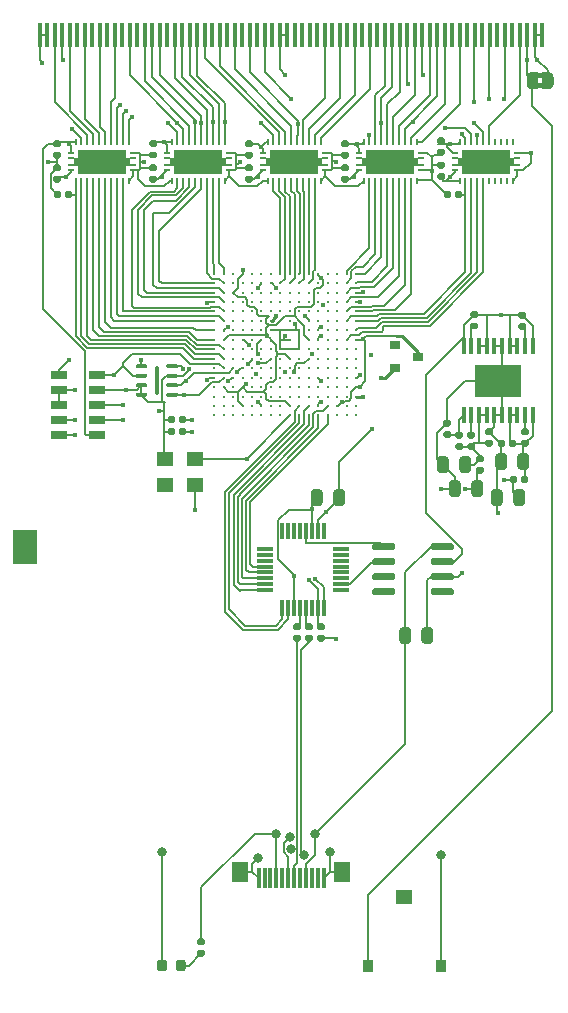
<source format=gbr>
%TF.GenerationSoftware,KiCad,Pcbnew,5.1.6*%
%TF.CreationDate,2021-04-23T20:35:47+02:00*%
%TF.ProjectId,nhci,6e686369-2e6b-4696-9361-645f70636258,rev?*%
%TF.SameCoordinates,Original*%
%TF.FileFunction,Copper,L1,Top*%
%TF.FilePolarity,Positive*%
%FSLAX46Y46*%
G04 Gerber Fmt 4.6, Leading zero omitted, Abs format (unit mm)*
G04 Created by KiCad (PCBNEW 5.1.6) date 2021-04-23 20:35:47*
%MOMM*%
%LPD*%
G01*
G04 APERTURE LIST*
%TA.AperFunction,EtchedComponent*%
%ADD10C,0.100000*%
%TD*%
%TA.AperFunction,SMDPad,CuDef*%
%ADD11R,0.900000X0.800000*%
%TD*%
%TA.AperFunction,SMDPad,CuDef*%
%ADD12R,1.400000X1.700000*%
%TD*%
%TA.AperFunction,SMDPad,CuDef*%
%ADD13R,0.300000X1.700000*%
%TD*%
%TA.AperFunction,ConnectorPad*%
%ADD14R,0.400000X2.000000*%
%TD*%
%TA.AperFunction,ConnectorPad*%
%ADD15R,2.000000X3.000000*%
%TD*%
%TA.AperFunction,SMDPad,CuDef*%
%ADD16R,1.470000X0.740000*%
%TD*%
%TA.AperFunction,SMDPad,CuDef*%
%ADD17C,0.100000*%
%TD*%
%TA.AperFunction,SMDPad,CuDef*%
%ADD18R,3.860000X2.740000*%
%TD*%
%TA.AperFunction,SMDPad,CuDef*%
%ADD19R,0.450000X1.450000*%
%TD*%
%TA.AperFunction,SMDPad,CuDef*%
%ADD20R,1.400000X1.200000*%
%TD*%
%TA.AperFunction,SMDPad,CuDef*%
%ADD21R,1.475000X0.300000*%
%TD*%
%TA.AperFunction,SMDPad,CuDef*%
%ADD22R,0.300000X1.475000*%
%TD*%
%TA.AperFunction,SMDPad,CuDef*%
%ADD23R,0.900000X1.000000*%
%TD*%
%TA.AperFunction,SMDPad,CuDef*%
%ADD24C,0.320000*%
%TD*%
%TA.AperFunction,SMDPad,CuDef*%
%ADD25R,0.325000X0.750000*%
%TD*%
%TA.AperFunction,SMDPad,CuDef*%
%ADD26R,0.600000X0.200000*%
%TD*%
%TA.AperFunction,SMDPad,CuDef*%
%ADD27R,4.050000X2.050000*%
%TD*%
%TA.AperFunction,SMDPad,CuDef*%
%ADD28R,0.600000X0.240000*%
%TD*%
%TA.AperFunction,SMDPad,CuDef*%
%ADD29R,0.240000X0.600000*%
%TD*%
%TA.AperFunction,ViaPad*%
%ADD30C,0.400000*%
%TD*%
%TA.AperFunction,ViaPad*%
%ADD31C,0.800000*%
%TD*%
%TA.AperFunction,Conductor*%
%ADD32C,0.200000*%
%TD*%
%TA.AperFunction,Conductor*%
%ADD33C,0.250000*%
%TD*%
G04 APERTURE END LIST*
D10*
%TO.C,JP1*%
G36*
X87118000Y-101908000D02*
G01*
X86618000Y-101908000D01*
X86618000Y-101508000D01*
X87118000Y-101508000D01*
X87118000Y-101908000D01*
G37*
G36*
X87118000Y-102708000D02*
G01*
X86618000Y-102708000D01*
X86618000Y-102308000D01*
X87118000Y-102308000D01*
X87118000Y-102708000D01*
G37*
%TD*%
D11*
%TO.P,D1,1*%
%TO.N,Net-(D1-Pad1)*%
X74565000Y-124526000D03*
%TO.P,D1,2*%
%TO.N,Net-(D1-Pad2)*%
X74565000Y-126426000D03*
%TO.P,D1,3*%
%TO.N,+3V3*%
X76565000Y-125476000D03*
%TD*%
%TO.P,R24,2*%
%TO.N,GND*%
%TA.AperFunction,SMDPad,CuDef*%
G36*
G01*
X46292000Y-111587500D02*
X46292000Y-111932500D01*
G75*
G02*
X46144500Y-112080000I-147500J0D01*
G01*
X45849500Y-112080000D01*
G75*
G02*
X45702000Y-111932500I0J147500D01*
G01*
X45702000Y-111587500D01*
G75*
G02*
X45849500Y-111440000I147500J0D01*
G01*
X46144500Y-111440000D01*
G75*
G02*
X46292000Y-111587500I0J-147500D01*
G01*
G37*
%TD.AperFunction*%
%TO.P,R24,1*%
%TO.N,F_DDIR*%
%TA.AperFunction,SMDPad,CuDef*%
G36*
G01*
X47262000Y-111587500D02*
X47262000Y-111932500D01*
G75*
G02*
X47114500Y-112080000I-147500J0D01*
G01*
X46819500Y-112080000D01*
G75*
G02*
X46672000Y-111932500I0J147500D01*
G01*
X46672000Y-111587500D01*
G75*
G02*
X46819500Y-111440000I147500J0D01*
G01*
X47114500Y-111440000D01*
G75*
G02*
X47262000Y-111587500I0J-147500D01*
G01*
G37*
%TD.AperFunction*%
%TD*%
D12*
%TO.P,U1,SH2*%
%TO.N,GND*%
X61466000Y-169082000D03*
%TO.P,U1,SH4*%
X70106000Y-169082000D03*
D13*
%TO.P,U1,A1*%
X63036000Y-169632000D03*
%TO.P,U1,A2*%
%TO.N,Net-(U1-PadA2)*%
X63536000Y-169632000D03*
%TO.P,U1,A3*%
%TO.N,Net-(U1-PadA3)*%
X64036000Y-169632000D03*
%TO.P,U1,A4*%
%TO.N,Net-(C29-Pad1)*%
X64536000Y-169632000D03*
%TO.P,U1,A5*%
%TO.N,Net-(U1-PadA5)*%
X65036000Y-169632000D03*
%TO.P,U1,A6*%
%TO.N,Net-(R19-Pad1)*%
X65536000Y-169632000D03*
%TO.P,U1,A12*%
%TO.N,GND*%
X68536000Y-169632000D03*
%TO.P,U1,A11*%
%TO.N,Net-(U1-PadA11)*%
X68036000Y-169632000D03*
%TO.P,U1,A10*%
%TO.N,Net-(U1-PadA10)*%
X67536000Y-169632000D03*
%TO.P,U1,A9*%
%TO.N,Net-(C29-Pad1)*%
X67036000Y-169632000D03*
%TO.P,U1,A8*%
%TO.N,Net-(U1-PadA8)*%
X66536000Y-169632000D03*
%TO.P,U1,A7*%
%TO.N,Net-(R20-Pad1)*%
X66036000Y-169632000D03*
D14*
%TO.P,U1,1*%
%TO.N,GND*%
X44513500Y-98282000D03*
%TO.P,U1,2*%
%TO.N,/P_D3*%
X45783500Y-98282000D03*
%TO.P,U1,3*%
%TO.N,/P_D4*%
X47053500Y-98282000D03*
%TO.P,U1,4*%
%TO.N,/P_D5*%
X48323500Y-98282000D03*
%TO.P,U1,5*%
%TO.N,/P_D6*%
X49593500Y-98282000D03*
%TO.P,U1,6*%
%TO.N,/P_D7*%
X50863500Y-98282000D03*
%TO.P,U1,7*%
%TO.N,/P_CE1*%
X52133500Y-98282000D03*
%TO.P,U1,8*%
%TO.N,/P_A10*%
X53403500Y-98282000D03*
%TO.P,U1,9*%
%TO.N,/P_OE*%
X54673500Y-98282000D03*
%TO.P,U1,10*%
%TO.N,/P_A11*%
X55943500Y-98282000D03*
%TO.P,U1,11*%
%TO.N,/P_A9*%
X57213500Y-98282000D03*
%TO.P,U1,12*%
%TO.N,/P_A8*%
X58483500Y-98282000D03*
%TO.P,U1,13*%
%TO.N,/P_A13*%
X59753500Y-98282000D03*
%TO.P,U1,14*%
%TO.N,/P_A14*%
X61023500Y-98282000D03*
%TO.P,U1,15*%
%TO.N,/P_WE*%
X62293500Y-98282000D03*
%TO.P,U1,16*%
%TO.N,/P_READY*%
X63563500Y-98282000D03*
%TO.P,U1,17*%
%TO.N,+5V*%
X64833500Y-98282000D03*
%TO.P,U1,18*%
%TO.N,Net-(U1-Pad18)*%
X66103500Y-98282000D03*
%TO.P,U1,19*%
%TO.N,Net-(U1-Pad19)*%
X67373500Y-98282000D03*
%TO.P,U1,20*%
%TO.N,/P_A15*%
X68643500Y-98282000D03*
%TO.P,U1,21*%
%TO.N,/P_A12*%
X69913500Y-98282000D03*
%TO.P,U1,22*%
%TO.N,/P_A7*%
X71183500Y-98282000D03*
%TO.P,U1,23*%
%TO.N,/P_A6*%
X72453500Y-98282000D03*
%TO.P,U1,24*%
%TO.N,/P_A5*%
X73723500Y-98282000D03*
%TO.P,U1,25*%
%TO.N,/P_A4*%
X74993500Y-98282000D03*
%TO.P,U1,26*%
%TO.N,/P_A3*%
X76263500Y-98282000D03*
%TO.P,U1,27*%
%TO.N,/P_A2*%
X77533500Y-98282000D03*
%TO.P,U1,28*%
%TO.N,/P_A1*%
X78803500Y-98282000D03*
%TO.P,U1,29*%
%TO.N,/P_A0*%
X80073500Y-98282000D03*
%TO.P,U1,30*%
%TO.N,/P_D0*%
X81343500Y-98282000D03*
%TO.P,U1,31*%
%TO.N,/P_D1*%
X82613500Y-98282000D03*
%TO.P,U1,32*%
%TO.N,/P_D2*%
X83883500Y-98282000D03*
%TO.P,U1,33*%
%TO.N,/P_WP*%
X85153500Y-98282000D03*
%TO.P,U1,34*%
%TO.N,GND*%
X86423500Y-98282000D03*
%TO.P,U1,35*%
X45148500Y-98282000D03*
%TO.P,U1,36*%
%TO.N,Net-(JP1-Pad2)*%
X46418500Y-98282000D03*
%TO.P,U1,37*%
%TO.N,Net-(U1-Pad37)*%
X47688500Y-98282000D03*
%TO.P,U1,38*%
%TO.N,Net-(U1-Pad38)*%
X48958500Y-98282000D03*
%TO.P,U1,39*%
%TO.N,Net-(U1-Pad39)*%
X50228500Y-98282000D03*
%TO.P,U1,40*%
%TO.N,Net-(U1-Pad40)*%
X51498500Y-98282000D03*
%TO.P,U1,41*%
%TO.N,Net-(U1-Pad41)*%
X52768500Y-98282000D03*
%TO.P,U1,42*%
%TO.N,/P_CE2*%
X54038500Y-98282000D03*
%TO.P,U1,43*%
%TO.N,Net-(U1-Pad43)*%
X55308500Y-98282000D03*
%TO.P,U1,44*%
%TO.N,/P_IORD*%
X56578500Y-98282000D03*
%TO.P,U1,45*%
%TO.N,/P_IOWR*%
X57848500Y-98282000D03*
%TO.P,U1,46*%
%TO.N,Net-(U1-Pad46)*%
X59118500Y-98282000D03*
%TO.P,U1,47*%
%TO.N,Net-(U1-Pad47)*%
X60388500Y-98282000D03*
%TO.P,U1,48*%
%TO.N,Net-(U1-Pad48)*%
X61658500Y-98282000D03*
%TO.P,U1,49*%
%TO.N,Net-(U1-Pad49)*%
X62928500Y-98282000D03*
%TO.P,U1,50*%
%TO.N,Net-(U1-Pad50)*%
X64198500Y-98282000D03*
%TO.P,U1,51*%
%TO.N,+5V*%
X65468500Y-98282000D03*
%TO.P,U1,52*%
%TO.N,Net-(U1-Pad52)*%
X66738500Y-98282000D03*
%TO.P,U1,53*%
%TO.N,Net-(U1-Pad53)*%
X68008500Y-98282000D03*
%TO.P,U1,54*%
%TO.N,Net-(U1-Pad54)*%
X69278500Y-98282000D03*
%TO.P,U1,55*%
%TO.N,Net-(U1-Pad55)*%
X70548500Y-98282000D03*
%TO.P,U1,56*%
%TO.N,Net-(U1-Pad56)*%
X71818500Y-98282000D03*
%TO.P,U1,57*%
%TO.N,Net-(U1-Pad57)*%
X73088500Y-98282000D03*
%TO.P,U1,58*%
%TO.N,/P_RESET*%
X74358500Y-98282000D03*
%TO.P,U1,59*%
%TO.N,/P_WAIT*%
X75628500Y-98282000D03*
%TO.P,U1,60*%
%TO.N,/P_INPACK*%
X76898500Y-98282000D03*
%TO.P,U1,61*%
%TO.N,/P_REG*%
X78168500Y-98282000D03*
%TO.P,U1,62*%
%TO.N,Net-(U1-Pad62)*%
X79438500Y-98282000D03*
%TO.P,U1,63*%
%TO.N,Net-(U1-Pad63)*%
X80708500Y-98282000D03*
%TO.P,U1,64*%
%TO.N,Net-(U1-Pad64)*%
X81978500Y-98282000D03*
%TO.P,U1,65*%
%TO.N,Net-(U1-Pad65)*%
X83248500Y-98282000D03*
%TO.P,U1,66*%
%TO.N,Net-(U1-Pad66)*%
X84518500Y-98282000D03*
%TO.P,U1,67*%
%TO.N,Net-(JP1-Pad2)*%
X85788500Y-98282000D03*
%TO.P,U1,68*%
%TO.N,GND*%
X87058500Y-98282000D03*
D15*
%TO.P,U1,GCLIP*%
X43286000Y-141632000D03*
%TD*%
%TO.P,D2,2*%
%TO.N,Net-(D2-Pad2)*%
%TA.AperFunction,SMDPad,CuDef*%
G36*
G01*
X56001500Y-177294250D02*
X56001500Y-176781750D01*
G75*
G02*
X56220250Y-176563000I218750J0D01*
G01*
X56657750Y-176563000D01*
G75*
G02*
X56876500Y-176781750I0J-218750D01*
G01*
X56876500Y-177294250D01*
G75*
G02*
X56657750Y-177513000I-218750J0D01*
G01*
X56220250Y-177513000D01*
G75*
G02*
X56001500Y-177294250I0J218750D01*
G01*
G37*
%TD.AperFunction*%
%TO.P,D2,1*%
%TO.N,GND*%
%TA.AperFunction,SMDPad,CuDef*%
G36*
G01*
X54426500Y-177294250D02*
X54426500Y-176781750D01*
G75*
G02*
X54645250Y-176563000I218750J0D01*
G01*
X55082750Y-176563000D01*
G75*
G02*
X55301500Y-176781750I0J-218750D01*
G01*
X55301500Y-177294250D01*
G75*
G02*
X55082750Y-177513000I-218750J0D01*
G01*
X54645250Y-177513000D01*
G75*
G02*
X54426500Y-177294250I0J218750D01*
G01*
G37*
%TD.AperFunction*%
%TD*%
%TO.P,R23,2*%
%TO.N,Net-(D2-Pad2)*%
%TA.AperFunction,SMDPad,CuDef*%
G36*
G01*
X57993500Y-175704000D02*
X58338500Y-175704000D01*
G75*
G02*
X58486000Y-175851500I0J-147500D01*
G01*
X58486000Y-176146500D01*
G75*
G02*
X58338500Y-176294000I-147500J0D01*
G01*
X57993500Y-176294000D01*
G75*
G02*
X57846000Y-176146500I0J147500D01*
G01*
X57846000Y-175851500D01*
G75*
G02*
X57993500Y-175704000I147500J0D01*
G01*
G37*
%TD.AperFunction*%
%TO.P,R23,1*%
%TO.N,Net-(C29-Pad1)*%
%TA.AperFunction,SMDPad,CuDef*%
G36*
G01*
X57993500Y-174734000D02*
X58338500Y-174734000D01*
G75*
G02*
X58486000Y-174881500I0J-147500D01*
G01*
X58486000Y-175176500D01*
G75*
G02*
X58338500Y-175324000I-147500J0D01*
G01*
X57993500Y-175324000D01*
G75*
G02*
X57846000Y-175176500I0J147500D01*
G01*
X57846000Y-174881500D01*
G75*
G02*
X57993500Y-174734000I147500J0D01*
G01*
G37*
%TD.AperFunction*%
%TD*%
%TO.P,R22,2*%
%TO.N,CDONE*%
%TA.AperFunction,SMDPad,CuDef*%
G36*
G01*
X56301000Y-131998500D02*
X56301000Y-131653500D01*
G75*
G02*
X56448500Y-131506000I147500J0D01*
G01*
X56743500Y-131506000D01*
G75*
G02*
X56891000Y-131653500I0J-147500D01*
G01*
X56891000Y-131998500D01*
G75*
G02*
X56743500Y-132146000I-147500J0D01*
G01*
X56448500Y-132146000D01*
G75*
G02*
X56301000Y-131998500I0J147500D01*
G01*
G37*
%TD.AperFunction*%
%TO.P,R22,1*%
%TO.N,+3V3*%
%TA.AperFunction,SMDPad,CuDef*%
G36*
G01*
X55331000Y-131998500D02*
X55331000Y-131653500D01*
G75*
G02*
X55478500Y-131506000I147500J0D01*
G01*
X55773500Y-131506000D01*
G75*
G02*
X55921000Y-131653500I0J-147500D01*
G01*
X55921000Y-131998500D01*
G75*
G02*
X55773500Y-132146000I-147500J0D01*
G01*
X55478500Y-132146000D01*
G75*
G02*
X55331000Y-131998500I0J147500D01*
G01*
G37*
%TD.AperFunction*%
%TD*%
%TO.P,R21,2*%
%TO.N,CRESET*%
%TA.AperFunction,SMDPad,CuDef*%
G36*
G01*
X56301000Y-130982500D02*
X56301000Y-130637500D01*
G75*
G02*
X56448500Y-130490000I147500J0D01*
G01*
X56743500Y-130490000D01*
G75*
G02*
X56891000Y-130637500I0J-147500D01*
G01*
X56891000Y-130982500D01*
G75*
G02*
X56743500Y-131130000I-147500J0D01*
G01*
X56448500Y-131130000D01*
G75*
G02*
X56301000Y-130982500I0J147500D01*
G01*
G37*
%TD.AperFunction*%
%TO.P,R21,1*%
%TO.N,+3V3*%
%TA.AperFunction,SMDPad,CuDef*%
G36*
G01*
X55331000Y-130982500D02*
X55331000Y-130637500D01*
G75*
G02*
X55478500Y-130490000I147500J0D01*
G01*
X55773500Y-130490000D01*
G75*
G02*
X55921000Y-130637500I0J-147500D01*
G01*
X55921000Y-130982500D01*
G75*
G02*
X55773500Y-131130000I-147500J0D01*
G01*
X55478500Y-131130000D01*
G75*
G02*
X55331000Y-130982500I0J147500D01*
G01*
G37*
%TD.AperFunction*%
%TD*%
D16*
%TO.P,J1,10*%
%TO.N,CDONE*%
X46137000Y-132080000D03*
%TO.P,J1,9*%
%TO.N,+5V*%
X49367000Y-132080000D03*
%TO.P,J1,8*%
%TO.N,CRESET*%
X46137000Y-130810000D03*
%TO.P,J1,7*%
%TO.N,Net-(J1-Pad7)*%
X49367000Y-130810000D03*
%TO.P,J1,6*%
%TO.N,GND*%
X46137000Y-129540000D03*
%TO.P,J1,5*%
%TO.N,Net-(J1-Pad5)*%
X49367000Y-129540000D03*
%TO.P,J1,4*%
%TO.N,GND*%
X46137000Y-128270000D03*
%TO.P,J1,3*%
%TO.N,+3V3*%
X49367000Y-128270000D03*
%TO.P,J1,2*%
%TO.N,Net-(J1-Pad2)*%
X46137000Y-127000000D03*
%TO.P,J1,1*%
%TO.N,Net-(J1-Pad1)*%
X49367000Y-127000000D03*
%TD*%
%TA.AperFunction,SMDPad,CuDef*%
D17*
%TO.P,JP1,1*%
%TO.N,GND*%
G36*
X87018000Y-101358000D02*
G01*
X87518000Y-101358000D01*
X87518000Y-101358602D01*
X87542534Y-101358602D01*
X87591365Y-101363412D01*
X87639490Y-101372984D01*
X87686445Y-101387228D01*
X87731778Y-101406005D01*
X87775051Y-101429136D01*
X87815850Y-101456396D01*
X87853779Y-101487524D01*
X87888476Y-101522221D01*
X87919604Y-101560150D01*
X87946864Y-101600949D01*
X87969995Y-101644222D01*
X87988772Y-101689555D01*
X88003016Y-101736510D01*
X88012588Y-101784635D01*
X88017398Y-101833466D01*
X88017398Y-101858000D01*
X88018000Y-101858000D01*
X88018000Y-102358000D01*
X88017398Y-102358000D01*
X88017398Y-102382534D01*
X88012588Y-102431365D01*
X88003016Y-102479490D01*
X87988772Y-102526445D01*
X87969995Y-102571778D01*
X87946864Y-102615051D01*
X87919604Y-102655850D01*
X87888476Y-102693779D01*
X87853779Y-102728476D01*
X87815850Y-102759604D01*
X87775051Y-102786864D01*
X87731778Y-102809995D01*
X87686445Y-102828772D01*
X87639490Y-102843016D01*
X87591365Y-102852588D01*
X87542534Y-102857398D01*
X87518000Y-102857398D01*
X87518000Y-102858000D01*
X87018000Y-102858000D01*
X87018000Y-101358000D01*
G37*
%TD.AperFunction*%
%TA.AperFunction,SMDPad,CuDef*%
%TO.P,JP1,2*%
%TO.N,Net-(JP1-Pad2)*%
G36*
X86218000Y-102857398D02*
G01*
X86193466Y-102857398D01*
X86144635Y-102852588D01*
X86096510Y-102843016D01*
X86049555Y-102828772D01*
X86004222Y-102809995D01*
X85960949Y-102786864D01*
X85920150Y-102759604D01*
X85882221Y-102728476D01*
X85847524Y-102693779D01*
X85816396Y-102655850D01*
X85789136Y-102615051D01*
X85766005Y-102571778D01*
X85747228Y-102526445D01*
X85732984Y-102479490D01*
X85723412Y-102431365D01*
X85718602Y-102382534D01*
X85718602Y-102358000D01*
X85718000Y-102358000D01*
X85718000Y-101858000D01*
X85718602Y-101858000D01*
X85718602Y-101833466D01*
X85723412Y-101784635D01*
X85732984Y-101736510D01*
X85747228Y-101689555D01*
X85766005Y-101644222D01*
X85789136Y-101600949D01*
X85816396Y-101560150D01*
X85847524Y-101522221D01*
X85882221Y-101487524D01*
X85920150Y-101456396D01*
X85960949Y-101429136D01*
X86004222Y-101406005D01*
X86049555Y-101387228D01*
X86096510Y-101372984D01*
X86144635Y-101363412D01*
X86193466Y-101358602D01*
X86218000Y-101358602D01*
X86218000Y-101358000D01*
X86718000Y-101358000D01*
X86718000Y-102858000D01*
X86218000Y-102858000D01*
X86218000Y-102857398D01*
G37*
%TD.AperFunction*%
%TD*%
%TO.P,U4,8*%
%TO.N,Net-(C29-Pad1)*%
%TA.AperFunction,SMDPad,CuDef*%
G36*
G01*
X77620000Y-141727000D02*
X77620000Y-141427000D01*
G75*
G02*
X77770000Y-141277000I150000J0D01*
G01*
X79420000Y-141277000D01*
G75*
G02*
X79570000Y-141427000I0J-150000D01*
G01*
X79570000Y-141727000D01*
G75*
G02*
X79420000Y-141877000I-150000J0D01*
G01*
X77770000Y-141877000D01*
G75*
G02*
X77620000Y-141727000I0J150000D01*
G01*
G37*
%TD.AperFunction*%
%TO.P,U4,7*%
%TO.N,+5V*%
%TA.AperFunction,SMDPad,CuDef*%
G36*
G01*
X77620000Y-142997000D02*
X77620000Y-142697000D01*
G75*
G02*
X77770000Y-142547000I150000J0D01*
G01*
X79420000Y-142547000D01*
G75*
G02*
X79570000Y-142697000I0J-150000D01*
G01*
X79570000Y-142997000D01*
G75*
G02*
X79420000Y-143147000I-150000J0D01*
G01*
X77770000Y-143147000D01*
G75*
G02*
X77620000Y-142997000I0J150000D01*
G01*
G37*
%TD.AperFunction*%
%TO.P,U4,6*%
%TO.N,GND*%
%TA.AperFunction,SMDPad,CuDef*%
G36*
G01*
X77620000Y-144267000D02*
X77620000Y-143967000D01*
G75*
G02*
X77770000Y-143817000I150000J0D01*
G01*
X79420000Y-143817000D01*
G75*
G02*
X79570000Y-143967000I0J-150000D01*
G01*
X79570000Y-144267000D01*
G75*
G02*
X79420000Y-144417000I-150000J0D01*
G01*
X77770000Y-144417000D01*
G75*
G02*
X77620000Y-144267000I0J150000D01*
G01*
G37*
%TD.AperFunction*%
%TO.P,U4,5*%
%TO.N,Net-(U4-Pad5)*%
%TA.AperFunction,SMDPad,CuDef*%
G36*
G01*
X77620000Y-145537000D02*
X77620000Y-145237000D01*
G75*
G02*
X77770000Y-145087000I150000J0D01*
G01*
X79420000Y-145087000D01*
G75*
G02*
X79570000Y-145237000I0J-150000D01*
G01*
X79570000Y-145537000D01*
G75*
G02*
X79420000Y-145687000I-150000J0D01*
G01*
X77770000Y-145687000D01*
G75*
G02*
X77620000Y-145537000I0J150000D01*
G01*
G37*
%TD.AperFunction*%
%TO.P,U4,4*%
%TO.N,Net-(U4-Pad4)*%
%TA.AperFunction,SMDPad,CuDef*%
G36*
G01*
X72670000Y-145537000D02*
X72670000Y-145237000D01*
G75*
G02*
X72820000Y-145087000I150000J0D01*
G01*
X74470000Y-145087000D01*
G75*
G02*
X74620000Y-145237000I0J-150000D01*
G01*
X74620000Y-145537000D01*
G75*
G02*
X74470000Y-145687000I-150000J0D01*
G01*
X72820000Y-145687000D01*
G75*
G02*
X72670000Y-145537000I0J150000D01*
G01*
G37*
%TD.AperFunction*%
%TO.P,U4,3*%
%TO.N,Net-(U4-Pad3)*%
%TA.AperFunction,SMDPad,CuDef*%
G36*
G01*
X72670000Y-144267000D02*
X72670000Y-143967000D01*
G75*
G02*
X72820000Y-143817000I150000J0D01*
G01*
X74470000Y-143817000D01*
G75*
G02*
X74620000Y-143967000I0J-150000D01*
G01*
X74620000Y-144267000D01*
G75*
G02*
X74470000Y-144417000I-150000J0D01*
G01*
X72820000Y-144417000D01*
G75*
G02*
X72670000Y-144267000I0J150000D01*
G01*
G37*
%TD.AperFunction*%
%TO.P,U4,2*%
%TO.N,Net-(IC6-Pad26)*%
%TA.AperFunction,SMDPad,CuDef*%
G36*
G01*
X72670000Y-142997000D02*
X72670000Y-142697000D01*
G75*
G02*
X72820000Y-142547000I150000J0D01*
G01*
X74470000Y-142547000D01*
G75*
G02*
X74620000Y-142697000I0J-150000D01*
G01*
X74620000Y-142997000D01*
G75*
G02*
X74470000Y-143147000I-150000J0D01*
G01*
X72820000Y-143147000D01*
G75*
G02*
X72670000Y-142997000I0J150000D01*
G01*
G37*
%TD.AperFunction*%
%TO.P,U4,1*%
%TO.N,Net-(IC6-Pad4)*%
%TA.AperFunction,SMDPad,CuDef*%
G36*
G01*
X72670000Y-141727000D02*
X72670000Y-141427000D01*
G75*
G02*
X72820000Y-141277000I150000J0D01*
G01*
X74470000Y-141277000D01*
G75*
G02*
X74620000Y-141427000I0J-150000D01*
G01*
X74620000Y-141727000D01*
G75*
G02*
X74470000Y-141877000I-150000J0D01*
G01*
X72820000Y-141877000D01*
G75*
G02*
X72670000Y-141727000I0J150000D01*
G01*
G37*
%TD.AperFunction*%
%TD*%
%TO.P,R20,2*%
%TO.N,Net-(IC6-Pad20)*%
%TA.AperFunction,SMDPad,CuDef*%
G36*
G01*
X66466500Y-148654000D02*
X66121500Y-148654000D01*
G75*
G02*
X65974000Y-148506500I0J147500D01*
G01*
X65974000Y-148211500D01*
G75*
G02*
X66121500Y-148064000I147500J0D01*
G01*
X66466500Y-148064000D01*
G75*
G02*
X66614000Y-148211500I0J-147500D01*
G01*
X66614000Y-148506500D01*
G75*
G02*
X66466500Y-148654000I-147500J0D01*
G01*
G37*
%TD.AperFunction*%
%TO.P,R20,1*%
%TO.N,Net-(R20-Pad1)*%
%TA.AperFunction,SMDPad,CuDef*%
G36*
G01*
X66466500Y-149624000D02*
X66121500Y-149624000D01*
G75*
G02*
X65974000Y-149476500I0J147500D01*
G01*
X65974000Y-149181500D01*
G75*
G02*
X66121500Y-149034000I147500J0D01*
G01*
X66466500Y-149034000D01*
G75*
G02*
X66614000Y-149181500I0J-147500D01*
G01*
X66614000Y-149476500D01*
G75*
G02*
X66466500Y-149624000I-147500J0D01*
G01*
G37*
%TD.AperFunction*%
%TD*%
%TO.P,R19,2*%
%TO.N,Net-(IC6-Pad21)*%
%TA.AperFunction,SMDPad,CuDef*%
G36*
G01*
X67482500Y-148654000D02*
X67137500Y-148654000D01*
G75*
G02*
X66990000Y-148506500I0J147500D01*
G01*
X66990000Y-148211500D01*
G75*
G02*
X67137500Y-148064000I147500J0D01*
G01*
X67482500Y-148064000D01*
G75*
G02*
X67630000Y-148211500I0J-147500D01*
G01*
X67630000Y-148506500D01*
G75*
G02*
X67482500Y-148654000I-147500J0D01*
G01*
G37*
%TD.AperFunction*%
%TO.P,R19,1*%
%TO.N,Net-(R19-Pad1)*%
%TA.AperFunction,SMDPad,CuDef*%
G36*
G01*
X67482500Y-149624000D02*
X67137500Y-149624000D01*
G75*
G02*
X66990000Y-149476500I0J147500D01*
G01*
X66990000Y-149181500D01*
G75*
G02*
X67137500Y-149034000I147500J0D01*
G01*
X67482500Y-149034000D01*
G75*
G02*
X67630000Y-149181500I0J-147500D01*
G01*
X67630000Y-149476500D01*
G75*
G02*
X67482500Y-149624000I-147500J0D01*
G01*
G37*
%TD.AperFunction*%
%TD*%
%TO.P,C29,2*%
%TO.N,GND*%
%TA.AperFunction,SMDPad,CuDef*%
G36*
G01*
X76825500Y-149554250D02*
X76825500Y-148641750D01*
G75*
G02*
X77069250Y-148398000I243750J0D01*
G01*
X77556750Y-148398000D01*
G75*
G02*
X77800500Y-148641750I0J-243750D01*
G01*
X77800500Y-149554250D01*
G75*
G02*
X77556750Y-149798000I-243750J0D01*
G01*
X77069250Y-149798000D01*
G75*
G02*
X76825500Y-149554250I0J243750D01*
G01*
G37*
%TD.AperFunction*%
%TO.P,C29,1*%
%TO.N,Net-(C29-Pad1)*%
%TA.AperFunction,SMDPad,CuDef*%
G36*
G01*
X74950500Y-149554250D02*
X74950500Y-148641750D01*
G75*
G02*
X75194250Y-148398000I243750J0D01*
G01*
X75681750Y-148398000D01*
G75*
G02*
X75925500Y-148641750I0J-243750D01*
G01*
X75925500Y-149554250D01*
G75*
G02*
X75681750Y-149798000I-243750J0D01*
G01*
X75194250Y-149798000D01*
G75*
G02*
X74950500Y-149554250I0J243750D01*
G01*
G37*
%TD.AperFunction*%
%TD*%
%TO.P,C28,2*%
%TO.N,GND*%
%TA.AperFunction,SMDPad,CuDef*%
G36*
G01*
X68153500Y-149034000D02*
X68498500Y-149034000D01*
G75*
G02*
X68646000Y-149181500I0J-147500D01*
G01*
X68646000Y-149476500D01*
G75*
G02*
X68498500Y-149624000I-147500J0D01*
G01*
X68153500Y-149624000D01*
G75*
G02*
X68006000Y-149476500I0J147500D01*
G01*
X68006000Y-149181500D01*
G75*
G02*
X68153500Y-149034000I147500J0D01*
G01*
G37*
%TD.AperFunction*%
%TO.P,C28,1*%
%TO.N,+3V3*%
%TA.AperFunction,SMDPad,CuDef*%
G36*
G01*
X68153500Y-148064000D02*
X68498500Y-148064000D01*
G75*
G02*
X68646000Y-148211500I0J-147500D01*
G01*
X68646000Y-148506500D01*
G75*
G02*
X68498500Y-148654000I-147500J0D01*
G01*
X68153500Y-148654000D01*
G75*
G02*
X68006000Y-148506500I0J147500D01*
G01*
X68006000Y-148211500D01*
G75*
G02*
X68153500Y-148064000I147500J0D01*
G01*
G37*
%TD.AperFunction*%
%TD*%
%TO.P,C27,2*%
%TO.N,GND*%
%TA.AperFunction,SMDPad,CuDef*%
G36*
G01*
X68462500Y-136957750D02*
X68462500Y-137870250D01*
G75*
G02*
X68218750Y-138114000I-243750J0D01*
G01*
X67731250Y-138114000D01*
G75*
G02*
X67487500Y-137870250I0J243750D01*
G01*
X67487500Y-136957750D01*
G75*
G02*
X67731250Y-136714000I243750J0D01*
G01*
X68218750Y-136714000D01*
G75*
G02*
X68462500Y-136957750I0J-243750D01*
G01*
G37*
%TD.AperFunction*%
%TO.P,C27,1*%
%TO.N,+3V3*%
%TA.AperFunction,SMDPad,CuDef*%
G36*
G01*
X70337500Y-136957750D02*
X70337500Y-137870250D01*
G75*
G02*
X70093750Y-138114000I-243750J0D01*
G01*
X69606250Y-138114000D01*
G75*
G02*
X69362500Y-137870250I0J243750D01*
G01*
X69362500Y-136957750D01*
G75*
G02*
X69606250Y-136714000I243750J0D01*
G01*
X70093750Y-136714000D01*
G75*
G02*
X70337500Y-136957750I0J-243750D01*
G01*
G37*
%TD.AperFunction*%
%TD*%
%TO.P,R18,2*%
%TO.N,Net-(IC7-Pad12)*%
%TA.AperFunction,SMDPad,CuDef*%
G36*
G01*
X85171500Y-122641000D02*
X85516500Y-122641000D01*
G75*
G02*
X85664000Y-122788500I0J-147500D01*
G01*
X85664000Y-123083500D01*
G75*
G02*
X85516500Y-123231000I-147500J0D01*
G01*
X85171500Y-123231000D01*
G75*
G02*
X85024000Y-123083500I0J147500D01*
G01*
X85024000Y-122788500D01*
G75*
G02*
X85171500Y-122641000I147500J0D01*
G01*
G37*
%TD.AperFunction*%
%TO.P,R18,1*%
%TO.N,+5V*%
%TA.AperFunction,SMDPad,CuDef*%
G36*
G01*
X85171500Y-121671000D02*
X85516500Y-121671000D01*
G75*
G02*
X85664000Y-121818500I0J-147500D01*
G01*
X85664000Y-122113500D01*
G75*
G02*
X85516500Y-122261000I-147500J0D01*
G01*
X85171500Y-122261000D01*
G75*
G02*
X85024000Y-122113500I0J147500D01*
G01*
X85024000Y-121818500D01*
G75*
G02*
X85171500Y-121671000I147500J0D01*
G01*
G37*
%TD.AperFunction*%
%TD*%
%TO.P,R17,2*%
%TO.N,Net-(IC7-Pad19)*%
%TA.AperFunction,SMDPad,CuDef*%
G36*
G01*
X81107500Y-122595000D02*
X81452500Y-122595000D01*
G75*
G02*
X81600000Y-122742500I0J-147500D01*
G01*
X81600000Y-123037500D01*
G75*
G02*
X81452500Y-123185000I-147500J0D01*
G01*
X81107500Y-123185000D01*
G75*
G02*
X80960000Y-123037500I0J147500D01*
G01*
X80960000Y-122742500D01*
G75*
G02*
X81107500Y-122595000I147500J0D01*
G01*
G37*
%TD.AperFunction*%
%TO.P,R17,1*%
%TO.N,+5V*%
%TA.AperFunction,SMDPad,CuDef*%
G36*
G01*
X81107500Y-121625000D02*
X81452500Y-121625000D01*
G75*
G02*
X81600000Y-121772500I0J-147500D01*
G01*
X81600000Y-122067500D01*
G75*
G02*
X81452500Y-122215000I-147500J0D01*
G01*
X81107500Y-122215000D01*
G75*
G02*
X80960000Y-122067500I0J147500D01*
G01*
X80960000Y-121772500D01*
G75*
G02*
X81107500Y-121625000I147500J0D01*
G01*
G37*
%TD.AperFunction*%
%TD*%
%TO.P,R16,2*%
%TO.N,Net-(IC7-Pad1)*%
%TA.AperFunction,SMDPad,CuDef*%
G36*
G01*
X78821500Y-131785000D02*
X79166500Y-131785000D01*
G75*
G02*
X79314000Y-131932500I0J-147500D01*
G01*
X79314000Y-132227500D01*
G75*
G02*
X79166500Y-132375000I-147500J0D01*
G01*
X78821500Y-132375000D01*
G75*
G02*
X78674000Y-132227500I0J147500D01*
G01*
X78674000Y-131932500D01*
G75*
G02*
X78821500Y-131785000I147500J0D01*
G01*
G37*
%TD.AperFunction*%
%TO.P,R16,1*%
%TO.N,GND*%
%TA.AperFunction,SMDPad,CuDef*%
G36*
G01*
X78821500Y-130815000D02*
X79166500Y-130815000D01*
G75*
G02*
X79314000Y-130962500I0J-147500D01*
G01*
X79314000Y-131257500D01*
G75*
G02*
X79166500Y-131405000I-147500J0D01*
G01*
X78821500Y-131405000D01*
G75*
G02*
X78674000Y-131257500I0J147500D01*
G01*
X78674000Y-130962500D01*
G75*
G02*
X78821500Y-130815000I147500J0D01*
G01*
G37*
%TD.AperFunction*%
%TD*%
%TO.P,R15,2*%
%TO.N,Net-(C23-Pad2)*%
%TA.AperFunction,SMDPad,CuDef*%
G36*
G01*
X79837500Y-132801000D02*
X80182500Y-132801000D01*
G75*
G02*
X80330000Y-132948500I0J-147500D01*
G01*
X80330000Y-133243500D01*
G75*
G02*
X80182500Y-133391000I-147500J0D01*
G01*
X79837500Y-133391000D01*
G75*
G02*
X79690000Y-133243500I0J147500D01*
G01*
X79690000Y-132948500D01*
G75*
G02*
X79837500Y-132801000I147500J0D01*
G01*
G37*
%TD.AperFunction*%
%TO.P,R15,1*%
%TO.N,Net-(IC7-Pad1)*%
%TA.AperFunction,SMDPad,CuDef*%
G36*
G01*
X79837500Y-131831000D02*
X80182500Y-131831000D01*
G75*
G02*
X80330000Y-131978500I0J-147500D01*
G01*
X80330000Y-132273500D01*
G75*
G02*
X80182500Y-132421000I-147500J0D01*
G01*
X79837500Y-132421000D01*
G75*
G02*
X79690000Y-132273500I0J147500D01*
G01*
X79690000Y-131978500D01*
G75*
G02*
X79837500Y-131831000I147500J0D01*
G01*
G37*
%TD.AperFunction*%
%TD*%
%TO.P,R14,2*%
%TO.N,Net-(C23-Pad2)*%
%TA.AperFunction,SMDPad,CuDef*%
G36*
G01*
X82377500Y-132524000D02*
X82722500Y-132524000D01*
G75*
G02*
X82870000Y-132671500I0J-147500D01*
G01*
X82870000Y-132966500D01*
G75*
G02*
X82722500Y-133114000I-147500J0D01*
G01*
X82377500Y-133114000D01*
G75*
G02*
X82230000Y-132966500I0J147500D01*
G01*
X82230000Y-132671500D01*
G75*
G02*
X82377500Y-132524000I147500J0D01*
G01*
G37*
%TD.AperFunction*%
%TO.P,R14,1*%
%TO.N,GND*%
%TA.AperFunction,SMDPad,CuDef*%
G36*
G01*
X82377500Y-131554000D02*
X82722500Y-131554000D01*
G75*
G02*
X82870000Y-131701500I0J-147500D01*
G01*
X82870000Y-131996500D01*
G75*
G02*
X82722500Y-132144000I-147500J0D01*
G01*
X82377500Y-132144000D01*
G75*
G02*
X82230000Y-131996500I0J147500D01*
G01*
X82230000Y-131701500D01*
G75*
G02*
X82377500Y-131554000I147500J0D01*
G01*
G37*
%TD.AperFunction*%
%TD*%
%TO.P,R13,2*%
%TO.N,Net-(C24-Pad2)*%
%TA.AperFunction,SMDPad,CuDef*%
G36*
G01*
X84264000Y-133014500D02*
X84264000Y-132669500D01*
G75*
G02*
X84411500Y-132522000I147500J0D01*
G01*
X84706500Y-132522000D01*
G75*
G02*
X84854000Y-132669500I0J-147500D01*
G01*
X84854000Y-133014500D01*
G75*
G02*
X84706500Y-133162000I-147500J0D01*
G01*
X84411500Y-133162000D01*
G75*
G02*
X84264000Y-133014500I0J147500D01*
G01*
G37*
%TD.AperFunction*%
%TO.P,R13,1*%
%TO.N,GND*%
%TA.AperFunction,SMDPad,CuDef*%
G36*
G01*
X83294000Y-133014500D02*
X83294000Y-132669500D01*
G75*
G02*
X83441500Y-132522000I147500J0D01*
G01*
X83736500Y-132522000D01*
G75*
G02*
X83884000Y-132669500I0J-147500D01*
G01*
X83884000Y-133014500D01*
G75*
G02*
X83736500Y-133162000I-147500J0D01*
G01*
X83441500Y-133162000D01*
G75*
G02*
X83294000Y-133014500I0J147500D01*
G01*
G37*
%TD.AperFunction*%
%TD*%
%TO.P,R12,2*%
%TO.N,+1V2*%
%TA.AperFunction,SMDPad,CuDef*%
G36*
G01*
X84900000Y-135717500D02*
X84900000Y-136062500D01*
G75*
G02*
X84752500Y-136210000I-147500J0D01*
G01*
X84457500Y-136210000D01*
G75*
G02*
X84310000Y-136062500I0J147500D01*
G01*
X84310000Y-135717500D01*
G75*
G02*
X84457500Y-135570000I147500J0D01*
G01*
X84752500Y-135570000D01*
G75*
G02*
X84900000Y-135717500I0J-147500D01*
G01*
G37*
%TD.AperFunction*%
%TO.P,R12,1*%
%TO.N,Net-(C24-Pad2)*%
%TA.AperFunction,SMDPad,CuDef*%
G36*
G01*
X85870000Y-135717500D02*
X85870000Y-136062500D01*
G75*
G02*
X85722500Y-136210000I-147500J0D01*
G01*
X85427500Y-136210000D01*
G75*
G02*
X85280000Y-136062500I0J147500D01*
G01*
X85280000Y-135717500D01*
G75*
G02*
X85427500Y-135570000I147500J0D01*
G01*
X85722500Y-135570000D01*
G75*
G02*
X85870000Y-135717500I0J-147500D01*
G01*
G37*
%TD.AperFunction*%
%TD*%
%TO.P,R11,2*%
%TO.N,+3V3*%
%TA.AperFunction,SMDPad,CuDef*%
G36*
G01*
X81615500Y-134810000D02*
X81960500Y-134810000D01*
G75*
G02*
X82108000Y-134957500I0J-147500D01*
G01*
X82108000Y-135252500D01*
G75*
G02*
X81960500Y-135400000I-147500J0D01*
G01*
X81615500Y-135400000D01*
G75*
G02*
X81468000Y-135252500I0J147500D01*
G01*
X81468000Y-134957500D01*
G75*
G02*
X81615500Y-134810000I147500J0D01*
G01*
G37*
%TD.AperFunction*%
%TO.P,R11,1*%
%TO.N,Net-(C23-Pad2)*%
%TA.AperFunction,SMDPad,CuDef*%
G36*
G01*
X81615500Y-133840000D02*
X81960500Y-133840000D01*
G75*
G02*
X82108000Y-133987500I0J-147500D01*
G01*
X82108000Y-134282500D01*
G75*
G02*
X81960500Y-134430000I-147500J0D01*
G01*
X81615500Y-134430000D01*
G75*
G02*
X81468000Y-134282500I0J147500D01*
G01*
X81468000Y-133987500D01*
G75*
G02*
X81615500Y-133840000I147500J0D01*
G01*
G37*
%TD.AperFunction*%
%TD*%
D18*
%TO.P,IC7,21*%
%TO.N,GND*%
X83312000Y-127508000D03*
D19*
%TO.P,IC7,20*%
%TO.N,+5V*%
X80387000Y-124583000D03*
%TO.P,IC7,19*%
%TO.N,Net-(IC7-Pad19)*%
X81037000Y-124583000D03*
%TO.P,IC7,18*%
%TO.N,+5V*%
X81687000Y-124583000D03*
%TO.P,IC7,17*%
X82337000Y-124583000D03*
%TO.P,IC7,16*%
%TO.N,GND*%
X82987000Y-124583000D03*
%TO.P,IC7,15*%
X83637000Y-124583000D03*
%TO.P,IC7,14*%
%TO.N,+5V*%
X84287000Y-124583000D03*
%TO.P,IC7,13*%
X84937000Y-124583000D03*
%TO.P,IC7,12*%
%TO.N,Net-(IC7-Pad12)*%
X85587000Y-124583000D03*
%TO.P,IC7,11*%
%TO.N,+5V*%
X86237000Y-124583000D03*
%TO.P,IC7,10*%
%TO.N,Net-(C24-Pad2)*%
X86237000Y-130433000D03*
%TO.P,IC7,9*%
%TO.N,Net-(C26-Pad1)*%
X85587000Y-130433000D03*
%TO.P,IC7,8*%
%TO.N,Net-(C24-Pad2)*%
X84937000Y-130433000D03*
%TO.P,IC7,7*%
X84287000Y-130433000D03*
%TO.P,IC7,6*%
%TO.N,GND*%
X83637000Y-130433000D03*
%TO.P,IC7,5*%
X82987000Y-130433000D03*
%TO.P,IC7,4*%
%TO.N,Net-(C23-Pad2)*%
X82337000Y-130433000D03*
%TO.P,IC7,3*%
X81687000Y-130433000D03*
%TO.P,IC7,2*%
%TO.N,Net-(C25-Pad1)*%
X81037000Y-130433000D03*
%TO.P,IC7,1*%
%TO.N,Net-(IC7-Pad1)*%
X80387000Y-130433000D03*
%TD*%
%TO.P,C26,2*%
%TO.N,Net-(C24-Pad2)*%
%TA.AperFunction,SMDPad,CuDef*%
G36*
G01*
X85425500Y-132524000D02*
X85770500Y-132524000D01*
G75*
G02*
X85918000Y-132671500I0J-147500D01*
G01*
X85918000Y-132966500D01*
G75*
G02*
X85770500Y-133114000I-147500J0D01*
G01*
X85425500Y-133114000D01*
G75*
G02*
X85278000Y-132966500I0J147500D01*
G01*
X85278000Y-132671500D01*
G75*
G02*
X85425500Y-132524000I147500J0D01*
G01*
G37*
%TD.AperFunction*%
%TO.P,C26,1*%
%TO.N,Net-(C26-Pad1)*%
%TA.AperFunction,SMDPad,CuDef*%
G36*
G01*
X85425500Y-131554000D02*
X85770500Y-131554000D01*
G75*
G02*
X85918000Y-131701500I0J-147500D01*
G01*
X85918000Y-131996500D01*
G75*
G02*
X85770500Y-132144000I-147500J0D01*
G01*
X85425500Y-132144000D01*
G75*
G02*
X85278000Y-131996500I0J147500D01*
G01*
X85278000Y-131701500D01*
G75*
G02*
X85425500Y-131554000I147500J0D01*
G01*
G37*
%TD.AperFunction*%
%TD*%
%TO.P,C25,2*%
%TO.N,Net-(C23-Pad2)*%
%TA.AperFunction,SMDPad,CuDef*%
G36*
G01*
X80853500Y-132801000D02*
X81198500Y-132801000D01*
G75*
G02*
X81346000Y-132948500I0J-147500D01*
G01*
X81346000Y-133243500D01*
G75*
G02*
X81198500Y-133391000I-147500J0D01*
G01*
X80853500Y-133391000D01*
G75*
G02*
X80706000Y-133243500I0J147500D01*
G01*
X80706000Y-132948500D01*
G75*
G02*
X80853500Y-132801000I147500J0D01*
G01*
G37*
%TD.AperFunction*%
%TO.P,C25,1*%
%TO.N,Net-(C25-Pad1)*%
%TA.AperFunction,SMDPad,CuDef*%
G36*
G01*
X80853500Y-131831000D02*
X81198500Y-131831000D01*
G75*
G02*
X81346000Y-131978500I0J-147500D01*
G01*
X81346000Y-132273500D01*
G75*
G02*
X81198500Y-132421000I-147500J0D01*
G01*
X80853500Y-132421000D01*
G75*
G02*
X80706000Y-132273500I0J147500D01*
G01*
X80706000Y-131978500D01*
G75*
G02*
X80853500Y-131831000I147500J0D01*
G01*
G37*
%TD.AperFunction*%
%TD*%
%TO.P,C24,2*%
%TO.N,Net-(C24-Pad2)*%
%TA.AperFunction,SMDPad,CuDef*%
G36*
G01*
X84953500Y-134822250D02*
X84953500Y-133909750D01*
G75*
G02*
X85197250Y-133666000I243750J0D01*
G01*
X85684750Y-133666000D01*
G75*
G02*
X85928500Y-133909750I0J-243750D01*
G01*
X85928500Y-134822250D01*
G75*
G02*
X85684750Y-135066000I-243750J0D01*
G01*
X85197250Y-135066000D01*
G75*
G02*
X84953500Y-134822250I0J243750D01*
G01*
G37*
%TD.AperFunction*%
%TO.P,C24,1*%
%TO.N,GND*%
%TA.AperFunction,SMDPad,CuDef*%
G36*
G01*
X83078500Y-134822250D02*
X83078500Y-133909750D01*
G75*
G02*
X83322250Y-133666000I243750J0D01*
G01*
X83809750Y-133666000D01*
G75*
G02*
X84053500Y-133909750I0J-243750D01*
G01*
X84053500Y-134822250D01*
G75*
G02*
X83809750Y-135066000I-243750J0D01*
G01*
X83322250Y-135066000D01*
G75*
G02*
X83078500Y-134822250I0J243750D01*
G01*
G37*
%TD.AperFunction*%
%TD*%
%TO.P,C23,2*%
%TO.N,Net-(C23-Pad2)*%
%TA.AperFunction,SMDPad,CuDef*%
G36*
G01*
X80030500Y-135076250D02*
X80030500Y-134163750D01*
G75*
G02*
X80274250Y-133920000I243750J0D01*
G01*
X80761750Y-133920000D01*
G75*
G02*
X81005500Y-134163750I0J-243750D01*
G01*
X81005500Y-135076250D01*
G75*
G02*
X80761750Y-135320000I-243750J0D01*
G01*
X80274250Y-135320000D01*
G75*
G02*
X80030500Y-135076250I0J243750D01*
G01*
G37*
%TD.AperFunction*%
%TO.P,C23,1*%
%TO.N,GND*%
%TA.AperFunction,SMDPad,CuDef*%
G36*
G01*
X78155500Y-135076250D02*
X78155500Y-134163750D01*
G75*
G02*
X78399250Y-133920000I243750J0D01*
G01*
X78886750Y-133920000D01*
G75*
G02*
X79130500Y-134163750I0J-243750D01*
G01*
X79130500Y-135076250D01*
G75*
G02*
X78886750Y-135320000I-243750J0D01*
G01*
X78399250Y-135320000D01*
G75*
G02*
X78155500Y-135076250I0J243750D01*
G01*
G37*
%TD.AperFunction*%
%TD*%
%TO.P,C22,2*%
%TO.N,+1V2*%
%TA.AperFunction,SMDPad,CuDef*%
G36*
G01*
X84602500Y-137870250D02*
X84602500Y-136957750D01*
G75*
G02*
X84846250Y-136714000I243750J0D01*
G01*
X85333750Y-136714000D01*
G75*
G02*
X85577500Y-136957750I0J-243750D01*
G01*
X85577500Y-137870250D01*
G75*
G02*
X85333750Y-138114000I-243750J0D01*
G01*
X84846250Y-138114000D01*
G75*
G02*
X84602500Y-137870250I0J243750D01*
G01*
G37*
%TD.AperFunction*%
%TO.P,C22,1*%
%TO.N,GND*%
%TA.AperFunction,SMDPad,CuDef*%
G36*
G01*
X82727500Y-137870250D02*
X82727500Y-136957750D01*
G75*
G02*
X82971250Y-136714000I243750J0D01*
G01*
X83458750Y-136714000D01*
G75*
G02*
X83702500Y-136957750I0J-243750D01*
G01*
X83702500Y-137870250D01*
G75*
G02*
X83458750Y-138114000I-243750J0D01*
G01*
X82971250Y-138114000D01*
G75*
G02*
X82727500Y-137870250I0J243750D01*
G01*
G37*
%TD.AperFunction*%
%TD*%
%TO.P,C21,2*%
%TO.N,+3V3*%
%TA.AperFunction,SMDPad,CuDef*%
G36*
G01*
X81046500Y-137108250D02*
X81046500Y-136195750D01*
G75*
G02*
X81290250Y-135952000I243750J0D01*
G01*
X81777750Y-135952000D01*
G75*
G02*
X82021500Y-136195750I0J-243750D01*
G01*
X82021500Y-137108250D01*
G75*
G02*
X81777750Y-137352000I-243750J0D01*
G01*
X81290250Y-137352000D01*
G75*
G02*
X81046500Y-137108250I0J243750D01*
G01*
G37*
%TD.AperFunction*%
%TO.P,C21,1*%
%TO.N,GND*%
%TA.AperFunction,SMDPad,CuDef*%
G36*
G01*
X79171500Y-137108250D02*
X79171500Y-136195750D01*
G75*
G02*
X79415250Y-135952000I243750J0D01*
G01*
X79902750Y-135952000D01*
G75*
G02*
X80146500Y-136195750I0J-243750D01*
G01*
X80146500Y-137108250D01*
G75*
G02*
X79902750Y-137352000I-243750J0D01*
G01*
X79415250Y-137352000D01*
G75*
G02*
X79171500Y-137108250I0J243750D01*
G01*
G37*
%TD.AperFunction*%
%TD*%
%TO.P,R10,2*%
%TO.N,GND*%
%TA.AperFunction,SMDPad,CuDef*%
G36*
G01*
X79289000Y-111587500D02*
X79289000Y-111932500D01*
G75*
G02*
X79141500Y-112080000I-147500J0D01*
G01*
X78846500Y-112080000D01*
G75*
G02*
X78699000Y-111932500I0J147500D01*
G01*
X78699000Y-111587500D01*
G75*
G02*
X78846500Y-111440000I147500J0D01*
G01*
X79141500Y-111440000D01*
G75*
G02*
X79289000Y-111587500I0J-147500D01*
G01*
G37*
%TD.AperFunction*%
%TO.P,R10,1*%
%TO.N,F_READY*%
%TA.AperFunction,SMDPad,CuDef*%
G36*
G01*
X80259000Y-111587500D02*
X80259000Y-111932500D01*
G75*
G02*
X80111500Y-112080000I-147500J0D01*
G01*
X79816500Y-112080000D01*
G75*
G02*
X79669000Y-111932500I0J147500D01*
G01*
X79669000Y-111587500D01*
G75*
G02*
X79816500Y-111440000I147500J0D01*
G01*
X80111500Y-111440000D01*
G75*
G02*
X80259000Y-111587500I0J-147500D01*
G01*
G37*
%TD.AperFunction*%
%TD*%
D20*
%TO.P,Y1,4*%
%TO.N,+3V3*%
X55118000Y-134112000D03*
%TO.P,Y1,3*%
%TO.N,12MHz*%
X57658000Y-134112000D03*
%TO.P,Y1,2*%
%TO.N,GND*%
X57658000Y-136312000D03*
%TO.P,Y1,1*%
%TO.N,Net-(Y1-Pad1)*%
X55118000Y-136312000D03*
%TD*%
D21*
%TO.P,IC6,32*%
%TO.N,Net-(IC6-Pad32)*%
X70040000Y-141760000D03*
%TO.P,IC6,31*%
%TO.N,Net-(IC6-Pad31)*%
X70040000Y-142260000D03*
%TO.P,IC6,30*%
%TO.N,Net-(IC6-Pad30)*%
X70040000Y-142760000D03*
%TO.P,IC6,29*%
%TO.N,Net-(IC6-Pad29)*%
X70040000Y-143260000D03*
%TO.P,IC6,28*%
%TO.N,Net-(IC6-Pad28)*%
X70040000Y-143760000D03*
%TO.P,IC6,27*%
%TO.N,Net-(IC6-Pad27)*%
X70040000Y-144260000D03*
%TO.P,IC6,26*%
%TO.N,Net-(IC6-Pad26)*%
X70040000Y-144760000D03*
%TO.P,IC6,25*%
%TO.N,Net-(IC6-Pad25)*%
X70040000Y-145260000D03*
D22*
%TO.P,IC6,24*%
%TO.N,12MHz*%
X68552000Y-146748000D03*
%TO.P,IC6,23*%
%TO.N,+3V3*%
X68052000Y-146748000D03*
%TO.P,IC6,22*%
%TO.N,Net-(IC6-Pad22)*%
X67552000Y-146748000D03*
%TO.P,IC6,21*%
%TO.N,Net-(IC6-Pad21)*%
X67052000Y-146748000D03*
%TO.P,IC6,20*%
%TO.N,Net-(IC6-Pad20)*%
X66552000Y-146748000D03*
%TO.P,IC6,19*%
%TO.N,GND*%
X66052000Y-146748000D03*
%TO.P,IC6,18*%
%TO.N,U_INT*%
X65552000Y-146748000D03*
%TO.P,IC6,17*%
%TO.N,U_GPX*%
X65052000Y-146748000D03*
D21*
%TO.P,IC6,16*%
%TO.N,U_MOSI*%
X63564000Y-145260000D03*
%TO.P,IC6,15*%
%TO.N,U_MISO*%
X63564000Y-144760000D03*
%TO.P,IC6,14*%
%TO.N,U_SS*%
X63564000Y-144260000D03*
%TO.P,IC6,13*%
%TO.N,U_SCLK*%
X63564000Y-143760000D03*
%TO.P,IC6,12*%
%TO.N,U_RES*%
X63564000Y-143260000D03*
%TO.P,IC6,11*%
%TO.N,Net-(IC6-Pad11)*%
X63564000Y-142760000D03*
%TO.P,IC6,10*%
%TO.N,Net-(IC6-Pad10)*%
X63564000Y-142260000D03*
%TO.P,IC6,9*%
%TO.N,Net-(IC6-Pad9)*%
X63564000Y-141760000D03*
D22*
%TO.P,IC6,8*%
%TO.N,Net-(IC6-Pad8)*%
X65052000Y-140272000D03*
%TO.P,IC6,7*%
%TO.N,Net-(IC6-Pad7)*%
X65552000Y-140272000D03*
%TO.P,IC6,6*%
%TO.N,Net-(IC6-Pad6)*%
X66052000Y-140272000D03*
%TO.P,IC6,5*%
%TO.N,Net-(IC6-Pad5)*%
X66552000Y-140272000D03*
%TO.P,IC6,4*%
%TO.N,Net-(IC6-Pad4)*%
X67052000Y-140272000D03*
%TO.P,IC6,3*%
%TO.N,GND*%
X67552000Y-140272000D03*
%TO.P,IC6,2*%
%TO.N,+3V3*%
X68052000Y-140272000D03*
%TO.P,IC6,1*%
%TO.N,Net-(IC6-Pad1)*%
X68552000Y-140272000D03*
%TD*%
D20*
%TO.P,SW1,3*%
%TO.N,N/C*%
X75386000Y-171196000D03*
D23*
%TO.P,SW1,2*%
%TO.N,Net-(JP1-Pad2)*%
X72286000Y-177096000D03*
%TO.P,SW1,1*%
%TO.N,GND*%
X78486000Y-177096000D03*
%TD*%
%TO.P,U3,9*%
%TO.N,N/C*%
%TA.AperFunction,SMDPad,CuDef*%
G36*
G01*
X54487000Y-128708000D02*
X54337000Y-128708000D01*
G75*
G02*
X54262000Y-128633000I0J75000D01*
G01*
X54262000Y-126383000D01*
G75*
G02*
X54337000Y-126308000I75000J0D01*
G01*
X54487000Y-126308000D01*
G75*
G02*
X54562000Y-126383000I0J-75000D01*
G01*
X54562000Y-128633000D01*
G75*
G02*
X54487000Y-128708000I-75000J0D01*
G01*
G37*
%TD.AperFunction*%
%TO.P,U3,8*%
%TO.N,+3V3*%
%TA.AperFunction,SMDPad,CuDef*%
G36*
G01*
X53499500Y-128883000D02*
X52724500Y-128883000D01*
G75*
G02*
X52637000Y-128795500I0J87500D01*
G01*
X52637000Y-128620500D01*
G75*
G02*
X52724500Y-128533000I87500J0D01*
G01*
X53499500Y-128533000D01*
G75*
G02*
X53587000Y-128620500I0J-87500D01*
G01*
X53587000Y-128795500D01*
G75*
G02*
X53499500Y-128883000I-87500J0D01*
G01*
G37*
%TD.AperFunction*%
%TO.P,U3,7*%
%TA.AperFunction,SMDPad,CuDef*%
G36*
G01*
X53499500Y-128083000D02*
X52724500Y-128083000D01*
G75*
G02*
X52637000Y-127995500I0J87500D01*
G01*
X52637000Y-127820500D01*
G75*
G02*
X52724500Y-127733000I87500J0D01*
G01*
X53499500Y-127733000D01*
G75*
G02*
X53587000Y-127820500I0J-87500D01*
G01*
X53587000Y-127995500D01*
G75*
G02*
X53499500Y-128083000I-87500J0D01*
G01*
G37*
%TD.AperFunction*%
%TO.P,U3,6*%
%TO.N,Net-(J1-Pad1)*%
%TA.AperFunction,SMDPad,CuDef*%
G36*
G01*
X53499500Y-127283000D02*
X52724500Y-127283000D01*
G75*
G02*
X52637000Y-127195500I0J87500D01*
G01*
X52637000Y-127020500D01*
G75*
G02*
X52724500Y-126933000I87500J0D01*
G01*
X53499500Y-126933000D01*
G75*
G02*
X53587000Y-127020500I0J-87500D01*
G01*
X53587000Y-127195500D01*
G75*
G02*
X53499500Y-127283000I-87500J0D01*
G01*
G37*
%TD.AperFunction*%
%TO.P,U3,5*%
%TO.N,Net-(J1-Pad2)*%
%TA.AperFunction,SMDPad,CuDef*%
G36*
G01*
X53499500Y-126483000D02*
X52724500Y-126483000D01*
G75*
G02*
X52637000Y-126395500I0J87500D01*
G01*
X52637000Y-126220500D01*
G75*
G02*
X52724500Y-126133000I87500J0D01*
G01*
X53499500Y-126133000D01*
G75*
G02*
X53587000Y-126220500I0J-87500D01*
G01*
X53587000Y-126395500D01*
G75*
G02*
X53499500Y-126483000I-87500J0D01*
G01*
G37*
%TD.AperFunction*%
%TO.P,U3,4*%
%TO.N,GND*%
%TA.AperFunction,SMDPad,CuDef*%
G36*
G01*
X56099500Y-126483000D02*
X55324500Y-126483000D01*
G75*
G02*
X55237000Y-126395500I0J87500D01*
G01*
X55237000Y-126220500D01*
G75*
G02*
X55324500Y-126133000I87500J0D01*
G01*
X56099500Y-126133000D01*
G75*
G02*
X56187000Y-126220500I0J-87500D01*
G01*
X56187000Y-126395500D01*
G75*
G02*
X56099500Y-126483000I-87500J0D01*
G01*
G37*
%TD.AperFunction*%
%TO.P,U3,3*%
%TO.N,+3V3*%
%TA.AperFunction,SMDPad,CuDef*%
G36*
G01*
X56099500Y-127283000D02*
X55324500Y-127283000D01*
G75*
G02*
X55237000Y-127195500I0J87500D01*
G01*
X55237000Y-127020500D01*
G75*
G02*
X55324500Y-126933000I87500J0D01*
G01*
X56099500Y-126933000D01*
G75*
G02*
X56187000Y-127020500I0J-87500D01*
G01*
X56187000Y-127195500D01*
G75*
G02*
X56099500Y-127283000I-87500J0D01*
G01*
G37*
%TD.AperFunction*%
%TO.P,U3,2*%
%TO.N,Net-(J1-Pad5)*%
%TA.AperFunction,SMDPad,CuDef*%
G36*
G01*
X56099500Y-128083000D02*
X55324500Y-128083000D01*
G75*
G02*
X55237000Y-127995500I0J87500D01*
G01*
X55237000Y-127820500D01*
G75*
G02*
X55324500Y-127733000I87500J0D01*
G01*
X56099500Y-127733000D01*
G75*
G02*
X56187000Y-127820500I0J-87500D01*
G01*
X56187000Y-127995500D01*
G75*
G02*
X56099500Y-128083000I-87500J0D01*
G01*
G37*
%TD.AperFunction*%
%TO.P,U3,1*%
%TO.N,Net-(J1-Pad7)*%
%TA.AperFunction,SMDPad,CuDef*%
G36*
G01*
X56099500Y-128883000D02*
X55324500Y-128883000D01*
G75*
G02*
X55237000Y-128795500I0J87500D01*
G01*
X55237000Y-128620500D01*
G75*
G02*
X55324500Y-128533000I87500J0D01*
G01*
X56099500Y-128533000D01*
G75*
G02*
X56187000Y-128620500I0J-87500D01*
G01*
X56187000Y-128795500D01*
G75*
G02*
X56099500Y-128883000I-87500J0D01*
G01*
G37*
%TD.AperFunction*%
%TD*%
D24*
%TO.P,U2,T16*%
%TO.N,Net-(U2-PadT16)*%
X59278000Y-130460000D03*
%TO.P,U2,R16*%
%TO.N,Net-(U2-PadR16)*%
X60078000Y-130460000D03*
%TO.P,U2,P16*%
%TO.N,Net-(U2-PadP16)*%
X60878000Y-130460000D03*
%TO.P,U2,N16*%
%TO.N,Net-(U2-PadN16)*%
X61678000Y-130460000D03*
%TO.P,U2,M16*%
%TO.N,Net-(U2-PadM16)*%
X62478000Y-130460000D03*
%TO.P,U2,L16*%
%TO.N,Net-(U2-PadL16)*%
X63278000Y-130460000D03*
%TO.P,U2,K16*%
%TO.N,Net-(U2-PadK16)*%
X64078000Y-130460000D03*
%TO.P,U2,J16*%
%TO.N,Net-(U2-PadJ16)*%
X64878000Y-130460000D03*
%TO.P,U2,H16*%
%TO.N,12MHz*%
X65678000Y-130460000D03*
%TO.P,U2,G16*%
%TO.N,U_GPX*%
X66478000Y-130460000D03*
%TO.P,U2,F16*%
%TO.N,U_MISO*%
X67278000Y-130460000D03*
%TO.P,U2,E16*%
%TO.N,U_SCLK*%
X68078000Y-130460000D03*
%TO.P,U2,D16*%
%TO.N,U_RES*%
X68878000Y-130460000D03*
%TO.P,U2,C16*%
%TO.N,Net-(U2-PadC16)*%
X69678000Y-130460000D03*
%TO.P,U2,B16*%
%TO.N,Net-(U2-PadB16)*%
X70478000Y-130460000D03*
%TO.P,U2,A16*%
%TO.N,Net-(U2-PadA16)*%
X71278000Y-130460000D03*
%TO.P,U2,T15*%
%TO.N,Net-(U2-PadT15)*%
X59278000Y-129660000D03*
%TO.P,U2,R15*%
%TO.N,Net-(U2-PadR15)*%
X60078000Y-129660000D03*
%TO.P,U2,P15*%
%TO.N,Net-(U2-PadP15)*%
X60878000Y-129660000D03*
%TO.P,U2,N15*%
%TO.N,+3V3*%
X61678000Y-129660000D03*
%TO.P,U2,M15*%
%TO.N,Net-(U2-PadM15)*%
X62478000Y-129660000D03*
%TO.P,U2,L15*%
%TO.N,GND*%
X63278000Y-129660000D03*
%TO.P,U2,K15*%
%TO.N,Net-(U2-PadK15)*%
X64078000Y-129660000D03*
%TO.P,U2,J15*%
%TO.N,Net-(U2-PadJ15)*%
X64878000Y-129660000D03*
%TO.P,U2,H15*%
%TO.N,+3V3*%
X65678000Y-129660000D03*
%TO.P,U2,G15*%
%TO.N,U_INT*%
X66478000Y-129660000D03*
%TO.P,U2,F15*%
%TO.N,U_MOSI*%
X67278000Y-129660000D03*
%TO.P,U2,E15*%
%TO.N,GND*%
X68078000Y-129660000D03*
%TO.P,U2,D15*%
%TO.N,U_SS*%
X68878000Y-129660000D03*
%TO.P,U2,C15*%
%TO.N,+3V3*%
X69678000Y-129660000D03*
%TO.P,U2,B15*%
%TO.N,Net-(U2-PadB15)*%
X70478000Y-129660000D03*
%TO.P,U2,A15*%
%TO.N,Net-(U2-PadA15)*%
X71278000Y-129660000D03*
%TO.P,U2,T14*%
%TO.N,Net-(U2-PadT14)*%
X59278000Y-128860000D03*
%TO.P,U2,R14*%
%TO.N,Net-(U2-PadR14)*%
X60078000Y-128860000D03*
%TO.P,U2,P14*%
%TO.N,Net-(U2-PadP14)*%
X60878000Y-128860000D03*
%TO.P,U2,N14*%
%TO.N,Net-(U2-PadN14)*%
X61678000Y-128860000D03*
%TO.P,U2,M14*%
%TO.N,Net-(U2-PadM14)*%
X62478000Y-128860000D03*
%TO.P,U2,L14*%
%TO.N,Net-(U2-PadL14)*%
X63278000Y-128860000D03*
%TO.P,U2,K14*%
%TO.N,Net-(U2-PadK14)*%
X64078000Y-128860000D03*
%TO.P,U2,J14*%
%TO.N,Net-(U2-PadJ14)*%
X64878000Y-128860000D03*
%TO.P,U2,H14*%
%TO.N,Net-(U2-PadH14)*%
X65678000Y-128860000D03*
%TO.P,U2,G14*%
%TO.N,Net-(U2-PadG14)*%
X66478000Y-128860000D03*
%TO.P,U2,F14*%
%TO.N,Net-(U2-PadF14)*%
X67278000Y-128860000D03*
%TO.P,U2,E14*%
%TO.N,Net-(U2-PadE14)*%
X68078000Y-128860000D03*
%TO.P,U2,D14*%
%TO.N,Net-(U2-PadD14)*%
X68878000Y-128860000D03*
%TO.P,U2,C14*%
%TO.N,Net-(U2-PadC14)*%
X69678000Y-128860000D03*
%TO.P,U2,B14*%
%TO.N,Net-(U2-PadB14)*%
X70478000Y-128860000D03*
%TO.P,U2,A14*%
%TO.N,+1V2*%
X71278000Y-128860000D03*
%TO.P,U2,T13*%
%TO.N,Net-(U2-PadT13)*%
X59278000Y-128060000D03*
%TO.P,U2,R13*%
%TO.N,+3V3*%
X60078000Y-128060000D03*
%TO.P,U2,P13*%
%TO.N,Net-(U2-PadP13)*%
X60878000Y-128060000D03*
%TO.P,U2,N13*%
%TO.N,+3V3*%
X61678000Y-128060000D03*
%TO.P,U2,M13*%
%TO.N,Net-(U2-PadM13)*%
X62478000Y-128060000D03*
%TO.P,U2,L13*%
%TO.N,Net-(U2-PadL13)*%
X63278000Y-128060000D03*
%TO.P,U2,K13*%
%TO.N,Net-(U2-PadK13)*%
X64078000Y-128060000D03*
%TO.P,U2,J13*%
%TO.N,Net-(U2-PadJ13)*%
X64878000Y-128060000D03*
%TO.P,U2,H13*%
%TO.N,Net-(U2-PadH13)*%
X65678000Y-128060000D03*
%TO.P,U2,G13*%
%TO.N,Net-(U2-PadG13)*%
X66478000Y-128060000D03*
%TO.P,U2,F13*%
%TO.N,Net-(U2-PadF13)*%
X67278000Y-128060000D03*
%TO.P,U2,E13*%
%TO.N,Net-(U2-PadE13)*%
X68078000Y-128060000D03*
%TO.P,U2,D13*%
%TO.N,Net-(U2-PadD13)*%
X68878000Y-128060000D03*
%TO.P,U2,C13*%
%TO.N,Net-(U2-PadC13)*%
X69678000Y-128060000D03*
%TO.P,U2,B13*%
%TO.N,Net-(U2-PadB13)*%
X70478000Y-128060000D03*
%TO.P,U2,A13*%
%TO.N,+3V3*%
X71278000Y-128060000D03*
%TO.P,U2,T12*%
%TO.N,GND*%
X59278000Y-127260000D03*
%TO.P,U2,R12*%
%TO.N,Net-(J1-Pad7)*%
X60078000Y-127260000D03*
%TO.P,U2,P12*%
%TO.N,Net-(J1-Pad2)*%
X60878000Y-127260000D03*
%TO.P,U2,N12*%
%TO.N,Net-(U2-PadN12)*%
X61678000Y-127260000D03*
%TO.P,U2,M12*%
%TO.N,Net-(U2-PadM12)*%
X62478000Y-127260000D03*
%TO.P,U2,L12*%
%TO.N,Net-(U2-PadL12)*%
X63278000Y-127260000D03*
%TO.P,U2,K12*%
%TO.N,Net-(U2-PadK12)*%
X64078000Y-127260000D03*
%TO.P,U2,J12*%
%TO.N,Net-(U2-PadJ12)*%
X64878000Y-127260000D03*
%TO.P,U2,H12*%
%TO.N,Net-(U2-PadH12)*%
X65678000Y-127260000D03*
%TO.P,U2,G12*%
%TO.N,Net-(U2-PadG12)*%
X66478000Y-127260000D03*
%TO.P,U2,F12*%
%TO.N,Net-(U2-PadF12)*%
X67278000Y-127260000D03*
%TO.P,U2,E12*%
%TO.N,Net-(D1-Pad2)*%
X68078000Y-127260000D03*
%TO.P,U2,D12*%
%TO.N,Net-(U2-PadD12)*%
X68878000Y-127260000D03*
%TO.P,U2,C12*%
%TO.N,Net-(U2-PadC12)*%
X69678000Y-127260000D03*
%TO.P,U2,B12*%
%TO.N,Net-(U2-PadB12)*%
X70478000Y-127260000D03*
%TO.P,U2,A12*%
%TO.N,GND*%
X71278000Y-127260000D03*
%TO.P,U2,T11*%
%TO.N,Net-(U2-PadT11)*%
X59278000Y-126460000D03*
%TO.P,U2,R11*%
%TO.N,Net-(J1-Pad1)*%
X60078000Y-126460000D03*
%TO.P,U2,P11*%
%TO.N,Net-(J1-Pad5)*%
X60878000Y-126460000D03*
%TO.P,U2,N11*%
%TO.N,CRESET*%
X61678000Y-126460000D03*
%TO.P,U2,M11*%
%TO.N,Net-(U2-PadM11)*%
X62478000Y-126460000D03*
%TO.P,U2,L11*%
%TO.N,Net-(U2-PadL11)*%
X63278000Y-126460000D03*
%TO.P,U2,K11*%
%TO.N,Net-(U2-PadK11)*%
X64078000Y-126460000D03*
%TO.P,U2,J11*%
%TO.N,Net-(U2-PadJ11)*%
X64878000Y-126460000D03*
%TO.P,U2,H11*%
%TO.N,Net-(U2-PadH11)*%
X65678000Y-126460000D03*
%TO.P,U2,G11*%
%TO.N,Net-(U2-PadG11)*%
X66478000Y-126460000D03*
%TO.P,U2,F11*%
%TO.N,Net-(U2-PadF11)*%
X67278000Y-126460000D03*
%TO.P,U2,E11*%
%TO.N,Net-(U2-PadE11)*%
X68078000Y-126460000D03*
%TO.P,U2,D11*%
%TO.N,Net-(U2-PadD11)*%
X68878000Y-126460000D03*
%TO.P,U2,C11*%
%TO.N,Net-(U2-PadC11)*%
X69678000Y-126460000D03*
%TO.P,U2,B11*%
%TO.N,Net-(U2-PadB11)*%
X70478000Y-126460000D03*
%TO.P,U2,A11*%
%TO.N,Net-(U2-PadA11)*%
X71278000Y-126460000D03*
%TO.P,U2,T10*%
%TO.N,F_DDIR*%
X59278000Y-125660000D03*
%TO.P,U2,R10*%
%TO.N,F_D3*%
X60078000Y-125660000D03*
%TO.P,U2,P10*%
%TO.N,Net-(U2-PadP10)*%
X60878000Y-125660000D03*
%TO.P,U2,N10*%
%TO.N,Net-(U2-PadN10)*%
X61678000Y-125660000D03*
%TO.P,U2,M10*%
%TO.N,CDONE*%
X62478000Y-125660000D03*
%TO.P,U2,L10*%
%TO.N,Net-(U2-PadL10)*%
X63278000Y-125660000D03*
%TO.P,U2,K10*%
%TO.N,+1V2*%
X64078000Y-125660000D03*
%TO.P,U2,J10*%
%TO.N,Net-(U2-PadJ10)*%
X64878000Y-125660000D03*
%TO.P,U2,H10*%
%TO.N,+3V3*%
X65678000Y-125660000D03*
%TO.P,U2,G10*%
%TO.N,Net-(U2-PadG10)*%
X66478000Y-125660000D03*
%TO.P,U2,F10*%
%TO.N,+1V2*%
X67278000Y-125660000D03*
%TO.P,U2,E10*%
%TO.N,Net-(U2-PadE10)*%
X68078000Y-125660000D03*
%TO.P,U2,D10*%
%TO.N,Net-(U2-PadD10)*%
X68878000Y-125660000D03*
%TO.P,U2,C10*%
%TO.N,Net-(U2-PadC10)*%
X69678000Y-125660000D03*
%TO.P,U2,B10*%
%TO.N,Net-(U2-PadB10)*%
X70478000Y-125660000D03*
%TO.P,U2,A10*%
%TO.N,Net-(U2-PadA10)*%
X71278000Y-125660000D03*
%TO.P,U2,T9*%
%TO.N,F_D4*%
X59278000Y-124860000D03*
%TO.P,U2,R9*%
%TO.N,F_D5*%
X60078000Y-124860000D03*
%TO.P,U2,P9*%
%TO.N,Net-(U2-PadP9)*%
X60878000Y-124860000D03*
%TO.P,U2,N9*%
%TO.N,Net-(U2-PadN9)*%
X61678000Y-124860000D03*
%TO.P,U2,M9*%
%TO.N,Net-(U2-PadM9)*%
X62478000Y-124860000D03*
%TO.P,U2,L9*%
%TO.N,Net-(U2-PadL9)*%
X63278000Y-124860000D03*
%TO.P,U2,K9*%
%TO.N,Net-(U2-PadK9)*%
X64078000Y-124860000D03*
%TO.P,U2,J9*%
%TO.N,GND*%
X64878000Y-124860000D03*
%TO.P,U2,H9*%
X65678000Y-124860000D03*
%TO.P,U2,G9*%
X66478000Y-124860000D03*
%TO.P,U2,F9*%
%TO.N,Net-(U2-PadF9)*%
X67278000Y-124860000D03*
%TO.P,U2,E9*%
%TO.N,Net-(U2-PadE9)*%
X68078000Y-124860000D03*
%TO.P,U2,D9*%
%TO.N,Net-(U2-PadD9)*%
X68878000Y-124860000D03*
%TO.P,U2,C9*%
%TO.N,Net-(U2-PadC9)*%
X69678000Y-124860000D03*
%TO.P,U2,B9*%
%TO.N,Net-(U2-PadB9)*%
X70478000Y-124860000D03*
%TO.P,U2,A9*%
%TO.N,Net-(U2-PadA9)*%
X71278000Y-124860000D03*
%TO.P,U2,T8*%
%TO.N,F_D6*%
X59278000Y-124060000D03*
%TO.P,U2,R8*%
%TO.N,+3V3*%
X60078000Y-124060000D03*
%TO.P,U2,P8*%
%TO.N,Net-(U2-PadP8)*%
X60878000Y-124060000D03*
%TO.P,U2,N8*%
%TO.N,Net-(C15-Pad1)*%
X61678000Y-124060000D03*
%TO.P,U2,M8*%
%TO.N,Net-(U2-PadM8)*%
X62478000Y-124060000D03*
%TO.P,U2,L8*%
%TO.N,Net-(C15-Pad2)*%
X63278000Y-124060000D03*
%TO.P,U2,K8*%
%TO.N,+3V3*%
X64078000Y-124060000D03*
%TO.P,U2,J8*%
%TO.N,GND*%
X64878000Y-124060000D03*
%TO.P,U2,H8*%
X65678000Y-124060000D03*
%TO.P,U2,G8*%
X66478000Y-124060000D03*
%TO.P,U2,F8*%
%TO.N,+3V3*%
X67278000Y-124060000D03*
%TO.P,U2,E8*%
%TO.N,Net-(C15-Pad2)*%
X68078000Y-124060000D03*
%TO.P,U2,D8*%
%TO.N,Net-(U2-PadD8)*%
X68878000Y-124060000D03*
%TO.P,U2,C8*%
%TO.N,Net-(U2-PadC8)*%
X69678000Y-124060000D03*
%TO.P,U2,B8*%
%TO.N,F_WP*%
X70478000Y-124060000D03*
%TO.P,U2,A8*%
%TO.N,+3V3*%
X71278000Y-124060000D03*
%TO.P,U2,T7*%
%TO.N,F_D7*%
X59278000Y-123260000D03*
%TO.P,U2,R7*%
%TO.N,GND*%
X60078000Y-123260000D03*
%TO.P,U2,P7*%
%TO.N,Net-(U2-PadP7)*%
X60878000Y-123260000D03*
%TO.P,U2,N7*%
%TO.N,Net-(U2-PadN7)*%
X61678000Y-123260000D03*
%TO.P,U2,M7*%
%TO.N,Net-(U2-PadM7)*%
X62478000Y-123260000D03*
%TO.P,U2,L7*%
%TO.N,Net-(U2-PadL7)*%
X63278000Y-123260000D03*
%TO.P,U2,K7*%
%TO.N,GND*%
X64078000Y-123260000D03*
%TO.P,U2,J7*%
X64878000Y-123260000D03*
%TO.P,U2,H7*%
X65678000Y-123260000D03*
%TO.P,U2,G7*%
X66478000Y-123260000D03*
%TO.P,U2,F7*%
%TO.N,Net-(U2-PadF7)*%
X67278000Y-123260000D03*
%TO.P,U2,E7*%
%TO.N,Net-(C15-Pad1)*%
X68078000Y-123260000D03*
%TO.P,U2,D7*%
%TO.N,Net-(U2-PadD7)*%
X68878000Y-123260000D03*
%TO.P,U2,C7*%
%TO.N,Net-(U2-PadC7)*%
X69678000Y-123260000D03*
%TO.P,U2,B7*%
%TO.N,Net-(U2-PadB7)*%
X70478000Y-123260000D03*
%TO.P,U2,A7*%
%TO.N,F_INPACK*%
X71278000Y-123260000D03*
%TO.P,U2,T6*%
%TO.N,F_D0*%
X59278000Y-122460000D03*
%TO.P,U2,R6*%
%TO.N,F_D1*%
X60078000Y-122460000D03*
%TO.P,U2,P6*%
%TO.N,Net-(U2-PadP6)*%
X60878000Y-122460000D03*
%TO.P,U2,N6*%
%TO.N,Net-(U2-PadN6)*%
X61678000Y-122460000D03*
%TO.P,U2,M6*%
%TO.N,Net-(U2-PadM6)*%
X62478000Y-122460000D03*
%TO.P,U2,L6*%
%TO.N,Net-(U2-PadL6)*%
X63278000Y-122460000D03*
%TO.P,U2,K6*%
%TO.N,+1V2*%
X64078000Y-122460000D03*
%TO.P,U2,J6*%
%TO.N,+3V3*%
X64878000Y-122460000D03*
%TO.P,U2,H6*%
%TO.N,Net-(U2-PadH6)*%
X65678000Y-122460000D03*
%TO.P,U2,G6*%
%TO.N,+3V3*%
X66478000Y-122460000D03*
%TO.P,U2,F6*%
%TO.N,+1V2*%
X67278000Y-122460000D03*
%TO.P,U2,E6*%
%TO.N,Net-(U2-PadE6)*%
X68078000Y-122460000D03*
%TO.P,U2,D6*%
%TO.N,Net-(U2-PadD6)*%
X68878000Y-122460000D03*
%TO.P,U2,C6*%
%TO.N,Net-(U2-PadC6)*%
X69678000Y-122460000D03*
%TO.P,U2,B6*%
%TO.N,F_READY*%
X70478000Y-122460000D03*
%TO.P,U2,A6*%
%TO.N,F_WAIT*%
X71278000Y-122460000D03*
%TO.P,U2,T5*%
%TO.N,F_D2*%
X59278000Y-121660000D03*
%TO.P,U2,R5*%
%TO.N,F_CE1*%
X60078000Y-121660000D03*
%TO.P,U2,P5*%
%TO.N,Net-(U2-PadP5)*%
X60878000Y-121660000D03*
%TO.P,U2,N5*%
%TO.N,Net-(U2-PadN5)*%
X61678000Y-121660000D03*
%TO.P,U2,M5*%
%TO.N,Net-(U2-PadM5)*%
X62478000Y-121660000D03*
%TO.P,U2,L5*%
%TO.N,Net-(U2-PadL5)*%
X63278000Y-121660000D03*
%TO.P,U2,K5*%
%TO.N,Net-(U2-PadK5)*%
X64078000Y-121660000D03*
%TO.P,U2,J5*%
%TO.N,Net-(U2-PadJ5)*%
X64878000Y-121660000D03*
%TO.P,U2,H5*%
%TO.N,Net-(U2-PadH5)*%
X65678000Y-121660000D03*
%TO.P,U2,G5*%
%TO.N,Net-(U2-PadG5)*%
X66478000Y-121660000D03*
%TO.P,U2,F5*%
%TO.N,Net-(U2-PadF5)*%
X67278000Y-121660000D03*
%TO.P,U2,E5*%
%TO.N,Net-(U2-PadE5)*%
X68078000Y-121660000D03*
%TO.P,U2,D5*%
%TO.N,Net-(U2-PadD5)*%
X68878000Y-121660000D03*
%TO.P,U2,C5*%
%TO.N,Net-(U2-PadC5)*%
X69678000Y-121660000D03*
%TO.P,U2,B5*%
%TO.N,F_A1*%
X70478000Y-121660000D03*
%TO.P,U2,A5*%
%TO.N,F_A0*%
X71278000Y-121660000D03*
%TO.P,U2,T4*%
%TO.N,GND*%
X59278000Y-120860000D03*
%TO.P,U2,R4*%
%TO.N,F_A10*%
X60078000Y-120860000D03*
%TO.P,U2,P4*%
%TO.N,Net-(U2-PadP4)*%
X60878000Y-120860000D03*
%TO.P,U2,N4*%
%TO.N,Net-(U2-PadN4)*%
X61678000Y-120860000D03*
%TO.P,U2,M4*%
%TO.N,Net-(U2-PadM4)*%
X62478000Y-120860000D03*
%TO.P,U2,L4*%
%TO.N,Net-(U2-PadL4)*%
X63278000Y-120860000D03*
%TO.P,U2,K4*%
%TO.N,Net-(U2-PadK4)*%
X64078000Y-120860000D03*
%TO.P,U2,J4*%
%TO.N,Net-(U2-PadJ4)*%
X64878000Y-120860000D03*
%TO.P,U2,H4*%
%TO.N,Net-(U2-PadH4)*%
X65678000Y-120860000D03*
%TO.P,U2,G4*%
%TO.N,Net-(U2-PadG4)*%
X66478000Y-120860000D03*
%TO.P,U2,F4*%
%TO.N,Net-(U2-PadF4)*%
X67278000Y-120860000D03*
%TO.P,U2,E4*%
%TO.N,Net-(U2-PadE4)*%
X68078000Y-120860000D03*
%TO.P,U2,D4*%
%TO.N,Net-(U2-PadD4)*%
X68878000Y-120860000D03*
%TO.P,U2,C4*%
%TO.N,Net-(U2-PadC4)*%
X69678000Y-120860000D03*
%TO.P,U2,B4*%
%TO.N,F_REG*%
X70478000Y-120860000D03*
%TO.P,U2,A4*%
%TO.N,GND*%
X71278000Y-120860000D03*
%TO.P,U2,T3*%
%TO.N,F_CE2*%
X59278000Y-120060000D03*
%TO.P,U2,R3*%
%TO.N,F_OE*%
X60078000Y-120060000D03*
%TO.P,U2,P3*%
%TO.N,+3V3*%
X60878000Y-120060000D03*
%TO.P,U2,N3*%
%TO.N,Net-(U2-PadN3)*%
X61678000Y-120060000D03*
%TO.P,U2,M3*%
%TO.N,Net-(U2-PadM3)*%
X62478000Y-120060000D03*
%TO.P,U2,L3*%
%TO.N,Net-(U2-PadL3)*%
X63278000Y-120060000D03*
%TO.P,U2,K3*%
%TO.N,Net-(U2-PadK3)*%
X64078000Y-120060000D03*
%TO.P,U2,J3*%
%TO.N,Net-(U2-PadJ3)*%
X64878000Y-120060000D03*
%TO.P,U2,H3*%
%TO.N,Net-(U2-PadH3)*%
X65678000Y-120060000D03*
%TO.P,U2,G3*%
%TO.N,Net-(U2-PadG3)*%
X66478000Y-120060000D03*
%TO.P,U2,F3*%
%TO.N,Net-(U2-PadF3)*%
X67278000Y-120060000D03*
%TO.P,U2,E3*%
%TO.N,Net-(U2-PadE3)*%
X68078000Y-120060000D03*
%TO.P,U2,D3*%
%TO.N,Net-(U2-PadD3)*%
X68878000Y-120060000D03*
%TO.P,U2,C3*%
%TO.N,Net-(U2-PadC3)*%
X69678000Y-120060000D03*
%TO.P,U2,B3*%
%TO.N,F_A2*%
X70478000Y-120060000D03*
%TO.P,U2,A3*%
%TO.N,+3V3*%
X71278000Y-120060000D03*
%TO.P,U2,T2*%
%TO.N,F_A11*%
X59278000Y-119260000D03*
%TO.P,U2,R2*%
%TO.N,F_IORD*%
X60078000Y-119260000D03*
%TO.P,U2,P2*%
%TO.N,Net-(U2-PadP2)*%
X60878000Y-119260000D03*
%TO.P,U2,N2*%
%TO.N,Net-(U2-PadN2)*%
X61678000Y-119260000D03*
%TO.P,U2,M2*%
%TO.N,Net-(U2-PadM2)*%
X62478000Y-119260000D03*
%TO.P,U2,L2*%
%TO.N,+1V2*%
X63278000Y-119260000D03*
%TO.P,U2,K2*%
%TO.N,GND*%
X64078000Y-119260000D03*
%TO.P,U2,J2*%
%TO.N,F_A13*%
X64878000Y-119260000D03*
%TO.P,U2,H2*%
%TO.N,F_WE*%
X65678000Y-119260000D03*
%TO.P,U2,G2*%
%TO.N,F_A12*%
X66478000Y-119260000D03*
%TO.P,U2,F2*%
%TO.N,F_A6*%
X67278000Y-119260000D03*
%TO.P,U2,E2*%
%TO.N,Net-(U2-PadE2)*%
X68078000Y-119260000D03*
%TO.P,U2,D2*%
%TO.N,Net-(U2-PadD2)*%
X68878000Y-119260000D03*
%TO.P,U2,C2*%
%TO.N,Net-(U2-PadC2)*%
X69678000Y-119260000D03*
%TO.P,U2,B2*%
%TO.N,F_RESET*%
X70478000Y-119260000D03*
%TO.P,U2,A2*%
%TO.N,F_A3*%
X71278000Y-119260000D03*
%TO.P,U2,T1*%
%TO.N,F_A9*%
X59278000Y-118460000D03*
%TO.P,U2,R1*%
%TO.N,F_IOWR*%
X60078000Y-118460000D03*
%TO.P,U2,P1*%
%TO.N,Net-(U2-PadP1)*%
X60878000Y-118460000D03*
%TO.P,U2,N1*%
%TO.N,+3V3*%
X61678000Y-118460000D03*
%TO.P,U2,M1*%
%TO.N,Net-(U2-PadM1)*%
X62478000Y-118460000D03*
%TO.P,U2,L1*%
%TO.N,Net-(U2-PadL1)*%
X63278000Y-118460000D03*
%TO.P,U2,K1*%
%TO.N,Net-(U2-PadK1)*%
X64078000Y-118460000D03*
%TO.P,U2,J1*%
%TO.N,F_A8*%
X64878000Y-118460000D03*
%TO.P,U2,H1*%
%TO.N,F_A14*%
X65678000Y-118460000D03*
%TO.P,U2,G1*%
%TO.N,F_A15*%
X66478000Y-118460000D03*
%TO.P,U2,F1*%
%TO.N,F_A7*%
X67278000Y-118460000D03*
%TO.P,U2,E1*%
%TO.N,+3V3*%
X68078000Y-118460000D03*
%TO.P,U2,D1*%
%TO.N,Net-(U2-PadD1)*%
X68878000Y-118460000D03*
%TO.P,U2,C1*%
%TO.N,Net-(U2-PadC1)*%
X69678000Y-118460000D03*
%TO.P,U2,B1*%
%TO.N,F_A5*%
X70478000Y-118460000D03*
%TO.P,U2,A1*%
%TO.N,F_A4*%
X71278000Y-118460000D03*
%TD*%
%TO.P,C10,2*%
%TO.N,GND*%
%TA.AperFunction,SMDPad,CuDef*%
G36*
G01*
X46146500Y-109792000D02*
X45801500Y-109792000D01*
G75*
G02*
X45654000Y-109644500I0J147500D01*
G01*
X45654000Y-109349500D01*
G75*
G02*
X45801500Y-109202000I147500J0D01*
G01*
X46146500Y-109202000D01*
G75*
G02*
X46294000Y-109349500I0J-147500D01*
G01*
X46294000Y-109644500D01*
G75*
G02*
X46146500Y-109792000I-147500J0D01*
G01*
G37*
%TD.AperFunction*%
%TO.P,C10,1*%
%TO.N,+3V3*%
%TA.AperFunction,SMDPad,CuDef*%
G36*
G01*
X46146500Y-110762000D02*
X45801500Y-110762000D01*
G75*
G02*
X45654000Y-110614500I0J147500D01*
G01*
X45654000Y-110319500D01*
G75*
G02*
X45801500Y-110172000I147500J0D01*
G01*
X46146500Y-110172000D01*
G75*
G02*
X46294000Y-110319500I0J-147500D01*
G01*
X46294000Y-110614500D01*
G75*
G02*
X46146500Y-110762000I-147500J0D01*
G01*
G37*
%TD.AperFunction*%
%TD*%
%TO.P,C9,2*%
%TO.N,GND*%
%TA.AperFunction,SMDPad,CuDef*%
G36*
G01*
X45801500Y-108140000D02*
X46146500Y-108140000D01*
G75*
G02*
X46294000Y-108287500I0J-147500D01*
G01*
X46294000Y-108582500D01*
G75*
G02*
X46146500Y-108730000I-147500J0D01*
G01*
X45801500Y-108730000D01*
G75*
G02*
X45654000Y-108582500I0J147500D01*
G01*
X45654000Y-108287500D01*
G75*
G02*
X45801500Y-108140000I147500J0D01*
G01*
G37*
%TD.AperFunction*%
%TO.P,C9,1*%
%TO.N,+5V*%
%TA.AperFunction,SMDPad,CuDef*%
G36*
G01*
X45801500Y-107170000D02*
X46146500Y-107170000D01*
G75*
G02*
X46294000Y-107317500I0J-147500D01*
G01*
X46294000Y-107612500D01*
G75*
G02*
X46146500Y-107760000I-147500J0D01*
G01*
X45801500Y-107760000D01*
G75*
G02*
X45654000Y-107612500I0J147500D01*
G01*
X45654000Y-107317500D01*
G75*
G02*
X45801500Y-107170000I147500J0D01*
G01*
G37*
%TD.AperFunction*%
%TD*%
%TO.P,C8,2*%
%TO.N,GND*%
%TA.AperFunction,SMDPad,CuDef*%
G36*
G01*
X54274500Y-109792000D02*
X53929500Y-109792000D01*
G75*
G02*
X53782000Y-109644500I0J147500D01*
G01*
X53782000Y-109349500D01*
G75*
G02*
X53929500Y-109202000I147500J0D01*
G01*
X54274500Y-109202000D01*
G75*
G02*
X54422000Y-109349500I0J-147500D01*
G01*
X54422000Y-109644500D01*
G75*
G02*
X54274500Y-109792000I-147500J0D01*
G01*
G37*
%TD.AperFunction*%
%TO.P,C8,1*%
%TO.N,+3V3*%
%TA.AperFunction,SMDPad,CuDef*%
G36*
G01*
X54274500Y-110762000D02*
X53929500Y-110762000D01*
G75*
G02*
X53782000Y-110614500I0J147500D01*
G01*
X53782000Y-110319500D01*
G75*
G02*
X53929500Y-110172000I147500J0D01*
G01*
X54274500Y-110172000D01*
G75*
G02*
X54422000Y-110319500I0J-147500D01*
G01*
X54422000Y-110614500D01*
G75*
G02*
X54274500Y-110762000I-147500J0D01*
G01*
G37*
%TD.AperFunction*%
%TD*%
%TO.P,C7,2*%
%TO.N,GND*%
%TA.AperFunction,SMDPad,CuDef*%
G36*
G01*
X53929500Y-108117000D02*
X54274500Y-108117000D01*
G75*
G02*
X54422000Y-108264500I0J-147500D01*
G01*
X54422000Y-108559500D01*
G75*
G02*
X54274500Y-108707000I-147500J0D01*
G01*
X53929500Y-108707000D01*
G75*
G02*
X53782000Y-108559500I0J147500D01*
G01*
X53782000Y-108264500D01*
G75*
G02*
X53929500Y-108117000I147500J0D01*
G01*
G37*
%TD.AperFunction*%
%TO.P,C7,1*%
%TO.N,+5V*%
%TA.AperFunction,SMDPad,CuDef*%
G36*
G01*
X53929500Y-107147000D02*
X54274500Y-107147000D01*
G75*
G02*
X54422000Y-107294500I0J-147500D01*
G01*
X54422000Y-107589500D01*
G75*
G02*
X54274500Y-107737000I-147500J0D01*
G01*
X53929500Y-107737000D01*
G75*
G02*
X53782000Y-107589500I0J147500D01*
G01*
X53782000Y-107294500D01*
G75*
G02*
X53929500Y-107147000I147500J0D01*
G01*
G37*
%TD.AperFunction*%
%TD*%
%TO.P,C6,2*%
%TO.N,GND*%
%TA.AperFunction,SMDPad,CuDef*%
G36*
G01*
X62402500Y-109792000D02*
X62057500Y-109792000D01*
G75*
G02*
X61910000Y-109644500I0J147500D01*
G01*
X61910000Y-109349500D01*
G75*
G02*
X62057500Y-109202000I147500J0D01*
G01*
X62402500Y-109202000D01*
G75*
G02*
X62550000Y-109349500I0J-147500D01*
G01*
X62550000Y-109644500D01*
G75*
G02*
X62402500Y-109792000I-147500J0D01*
G01*
G37*
%TD.AperFunction*%
%TO.P,C6,1*%
%TO.N,+3V3*%
%TA.AperFunction,SMDPad,CuDef*%
G36*
G01*
X62402500Y-110762000D02*
X62057500Y-110762000D01*
G75*
G02*
X61910000Y-110614500I0J147500D01*
G01*
X61910000Y-110319500D01*
G75*
G02*
X62057500Y-110172000I147500J0D01*
G01*
X62402500Y-110172000D01*
G75*
G02*
X62550000Y-110319500I0J-147500D01*
G01*
X62550000Y-110614500D01*
G75*
G02*
X62402500Y-110762000I-147500J0D01*
G01*
G37*
%TD.AperFunction*%
%TD*%
%TO.P,C5,2*%
%TO.N,GND*%
%TA.AperFunction,SMDPad,CuDef*%
G36*
G01*
X62057500Y-108140000D02*
X62402500Y-108140000D01*
G75*
G02*
X62550000Y-108287500I0J-147500D01*
G01*
X62550000Y-108582500D01*
G75*
G02*
X62402500Y-108730000I-147500J0D01*
G01*
X62057500Y-108730000D01*
G75*
G02*
X61910000Y-108582500I0J147500D01*
G01*
X61910000Y-108287500D01*
G75*
G02*
X62057500Y-108140000I147500J0D01*
G01*
G37*
%TD.AperFunction*%
%TO.P,C5,1*%
%TO.N,+5V*%
%TA.AperFunction,SMDPad,CuDef*%
G36*
G01*
X62057500Y-107170000D02*
X62402500Y-107170000D01*
G75*
G02*
X62550000Y-107317500I0J-147500D01*
G01*
X62550000Y-107612500D01*
G75*
G02*
X62402500Y-107760000I-147500J0D01*
G01*
X62057500Y-107760000D01*
G75*
G02*
X61910000Y-107612500I0J147500D01*
G01*
X61910000Y-107317500D01*
G75*
G02*
X62057500Y-107170000I147500J0D01*
G01*
G37*
%TD.AperFunction*%
%TD*%
%TO.P,C4,2*%
%TO.N,GND*%
%TA.AperFunction,SMDPad,CuDef*%
G36*
G01*
X70530500Y-109792000D02*
X70185500Y-109792000D01*
G75*
G02*
X70038000Y-109644500I0J147500D01*
G01*
X70038000Y-109349500D01*
G75*
G02*
X70185500Y-109202000I147500J0D01*
G01*
X70530500Y-109202000D01*
G75*
G02*
X70678000Y-109349500I0J-147500D01*
G01*
X70678000Y-109644500D01*
G75*
G02*
X70530500Y-109792000I-147500J0D01*
G01*
G37*
%TD.AperFunction*%
%TO.P,C4,1*%
%TO.N,+3V3*%
%TA.AperFunction,SMDPad,CuDef*%
G36*
G01*
X70530500Y-110762000D02*
X70185500Y-110762000D01*
G75*
G02*
X70038000Y-110614500I0J147500D01*
G01*
X70038000Y-110319500D01*
G75*
G02*
X70185500Y-110172000I147500J0D01*
G01*
X70530500Y-110172000D01*
G75*
G02*
X70678000Y-110319500I0J-147500D01*
G01*
X70678000Y-110614500D01*
G75*
G02*
X70530500Y-110762000I-147500J0D01*
G01*
G37*
%TD.AperFunction*%
%TD*%
%TO.P,C3,2*%
%TO.N,GND*%
%TA.AperFunction,SMDPad,CuDef*%
G36*
G01*
X70185500Y-108140000D02*
X70530500Y-108140000D01*
G75*
G02*
X70678000Y-108287500I0J-147500D01*
G01*
X70678000Y-108582500D01*
G75*
G02*
X70530500Y-108730000I-147500J0D01*
G01*
X70185500Y-108730000D01*
G75*
G02*
X70038000Y-108582500I0J147500D01*
G01*
X70038000Y-108287500D01*
G75*
G02*
X70185500Y-108140000I147500J0D01*
G01*
G37*
%TD.AperFunction*%
%TO.P,C3,1*%
%TO.N,+5V*%
%TA.AperFunction,SMDPad,CuDef*%
G36*
G01*
X70185500Y-107170000D02*
X70530500Y-107170000D01*
G75*
G02*
X70678000Y-107317500I0J-147500D01*
G01*
X70678000Y-107612500D01*
G75*
G02*
X70530500Y-107760000I-147500J0D01*
G01*
X70185500Y-107760000D01*
G75*
G02*
X70038000Y-107612500I0J147500D01*
G01*
X70038000Y-107317500D01*
G75*
G02*
X70185500Y-107170000I147500J0D01*
G01*
G37*
%TD.AperFunction*%
%TD*%
%TO.P,C2,2*%
%TO.N,GND*%
%TA.AperFunction,SMDPad,CuDef*%
G36*
G01*
X78658500Y-109561000D02*
X78313500Y-109561000D01*
G75*
G02*
X78166000Y-109413500I0J147500D01*
G01*
X78166000Y-109118500D01*
G75*
G02*
X78313500Y-108971000I147500J0D01*
G01*
X78658500Y-108971000D01*
G75*
G02*
X78806000Y-109118500I0J-147500D01*
G01*
X78806000Y-109413500D01*
G75*
G02*
X78658500Y-109561000I-147500J0D01*
G01*
G37*
%TD.AperFunction*%
%TO.P,C2,1*%
%TO.N,+3V3*%
%TA.AperFunction,SMDPad,CuDef*%
G36*
G01*
X78658500Y-110531000D02*
X78313500Y-110531000D01*
G75*
G02*
X78166000Y-110383500I0J147500D01*
G01*
X78166000Y-110088500D01*
G75*
G02*
X78313500Y-109941000I147500J0D01*
G01*
X78658500Y-109941000D01*
G75*
G02*
X78806000Y-110088500I0J-147500D01*
G01*
X78806000Y-110383500D01*
G75*
G02*
X78658500Y-110531000I-147500J0D01*
G01*
G37*
%TD.AperFunction*%
%TD*%
%TO.P,C1,2*%
%TO.N,GND*%
%TA.AperFunction,SMDPad,CuDef*%
G36*
G01*
X78313500Y-107886000D02*
X78658500Y-107886000D01*
G75*
G02*
X78806000Y-108033500I0J-147500D01*
G01*
X78806000Y-108328500D01*
G75*
G02*
X78658500Y-108476000I-147500J0D01*
G01*
X78313500Y-108476000D01*
G75*
G02*
X78166000Y-108328500I0J147500D01*
G01*
X78166000Y-108033500D01*
G75*
G02*
X78313500Y-107886000I147500J0D01*
G01*
G37*
%TD.AperFunction*%
%TO.P,C1,1*%
%TO.N,+5V*%
%TA.AperFunction,SMDPad,CuDef*%
G36*
G01*
X78313500Y-106916000D02*
X78658500Y-106916000D01*
G75*
G02*
X78806000Y-107063500I0J-147500D01*
G01*
X78806000Y-107358500D01*
G75*
G02*
X78658500Y-107506000I-147500J0D01*
G01*
X78313500Y-107506000D01*
G75*
G02*
X78166000Y-107358500I0J147500D01*
G01*
X78166000Y-107063500D01*
G75*
G02*
X78313500Y-106916000I147500J0D01*
G01*
G37*
%TD.AperFunction*%
%TD*%
D25*
%TO.P,IC5,EP7*%
%TO.N,Net-(IC5-PadEP7)*%
X84484000Y-108966000D03*
%TO.P,IC5,EP6*%
%TO.N,Net-(IC5-PadEP6)*%
X80108000Y-108966000D03*
D26*
%TO.P,IC5,EP5*%
%TO.N,Net-(IC5-PadEP5)*%
X84946000Y-108691000D03*
%TO.P,IC5,EP4*%
%TO.N,Net-(IC5-PadEP4)*%
X84946000Y-109241000D03*
%TO.P,IC5,EP3*%
%TO.N,Net-(IC5-PadEP3)*%
X79646000Y-108691000D03*
%TO.P,IC5,EP2*%
%TO.N,Net-(IC5-PadEP2)*%
X79646000Y-109241000D03*
D27*
%TO.P,IC5,EP1*%
%TO.N,Net-(IC5-PadEP1)*%
X82296000Y-108966000D03*
D28*
%TO.P,IC5,24*%
%TO.N,+5V*%
X79646000Y-108216000D03*
D29*
%TO.P,IC5,23*%
X80046000Y-107316000D03*
%TO.P,IC5,22*%
%TO.N,GND*%
X80546000Y-107316000D03*
%TO.P,IC5,21*%
%TO.N,/P_READY*%
X81046000Y-107316000D03*
%TO.P,IC5,20*%
%TO.N,/P_WAIT*%
X81546000Y-107316000D03*
%TO.P,IC5,19*%
%TO.N,/P_INPACK*%
X82046000Y-107316000D03*
%TO.P,IC5,18*%
%TO.N,/P_WP*%
X82546000Y-107316000D03*
%TO.P,IC5,17*%
%TO.N,Net-(IC5-Pad17)*%
X83046000Y-107316000D03*
%TO.P,IC5,16*%
%TO.N,Net-(IC5-Pad16)*%
X83546000Y-107316000D03*
%TO.P,IC5,15*%
%TO.N,Net-(IC5-Pad15)*%
X84046000Y-107316000D03*
%TO.P,IC5,14*%
%TO.N,Net-(IC5-Pad14)*%
X84546000Y-107316000D03*
D28*
%TO.P,IC5,13*%
%TO.N,GND*%
X84946000Y-108216000D03*
%TO.P,IC5,12*%
X84946000Y-109716000D03*
D29*
%TO.P,IC5,11*%
X84546000Y-110616000D03*
%TO.P,IC5,10*%
%TO.N,Net-(IC5-Pad10)*%
X84046000Y-110616000D03*
%TO.P,IC5,9*%
%TO.N,Net-(IC5-Pad9)*%
X83546000Y-110616000D03*
%TO.P,IC5,8*%
%TO.N,Net-(IC5-Pad8)*%
X83046000Y-110616000D03*
%TO.P,IC5,7*%
%TO.N,Net-(IC5-Pad7)*%
X82546000Y-110616000D03*
%TO.P,IC5,6*%
%TO.N,F_WP*%
X82046000Y-110616000D03*
%TO.P,IC5,5*%
%TO.N,F_INPACK*%
X81546000Y-110616000D03*
%TO.P,IC5,4*%
%TO.N,F_WAIT*%
X81046000Y-110616000D03*
%TO.P,IC5,3*%
%TO.N,F_READY*%
X80546000Y-110616000D03*
%TO.P,IC5,2*%
%TO.N,+3V3*%
X80046000Y-110616000D03*
D28*
%TO.P,IC5,1*%
X79646000Y-109716000D03*
%TD*%
D25*
%TO.P,IC4,EP7*%
%TO.N,Net-(IC4-PadEP7)*%
X76356000Y-108966000D03*
%TO.P,IC4,EP6*%
%TO.N,Net-(IC4-PadEP6)*%
X71980000Y-108966000D03*
D26*
%TO.P,IC4,EP5*%
%TO.N,Net-(IC4-PadEP5)*%
X76818000Y-108691000D03*
%TO.P,IC4,EP4*%
%TO.N,Net-(IC4-PadEP4)*%
X76818000Y-109241000D03*
%TO.P,IC4,EP3*%
%TO.N,Net-(IC4-PadEP3)*%
X71518000Y-108691000D03*
%TO.P,IC4,EP2*%
%TO.N,Net-(IC4-PadEP2)*%
X71518000Y-109241000D03*
D27*
%TO.P,IC4,EP1*%
%TO.N,Net-(IC4-PadEP1)*%
X74168000Y-108966000D03*
D28*
%TO.P,IC4,24*%
%TO.N,+5V*%
X71518000Y-108216000D03*
D29*
%TO.P,IC4,23*%
X71918000Y-107316000D03*
%TO.P,IC4,22*%
%TO.N,GND*%
X72418000Y-107316000D03*
%TO.P,IC4,21*%
%TO.N,/P_A5*%
X72918000Y-107316000D03*
%TO.P,IC4,20*%
%TO.N,/P_RESET*%
X73418000Y-107316000D03*
%TO.P,IC4,19*%
%TO.N,/P_A4*%
X73918000Y-107316000D03*
%TO.P,IC4,18*%
%TO.N,/P_A3*%
X74418000Y-107316000D03*
%TO.P,IC4,17*%
%TO.N,/P_A2*%
X74918000Y-107316000D03*
%TO.P,IC4,16*%
%TO.N,/P_REG*%
X75418000Y-107316000D03*
%TO.P,IC4,15*%
%TO.N,/P_A1*%
X75918000Y-107316000D03*
%TO.P,IC4,14*%
%TO.N,/P_A0*%
X76418000Y-107316000D03*
D28*
%TO.P,IC4,13*%
%TO.N,GND*%
X76818000Y-108216000D03*
%TO.P,IC4,12*%
X76818000Y-109716000D03*
D29*
%TO.P,IC4,11*%
X76418000Y-110616000D03*
%TO.P,IC4,10*%
%TO.N,F_A0*%
X75918000Y-110616000D03*
%TO.P,IC4,9*%
%TO.N,F_A1*%
X75418000Y-110616000D03*
%TO.P,IC4,8*%
%TO.N,F_REG*%
X74918000Y-110616000D03*
%TO.P,IC4,7*%
%TO.N,F_A2*%
X74418000Y-110616000D03*
%TO.P,IC4,6*%
%TO.N,F_A3*%
X73918000Y-110616000D03*
%TO.P,IC4,5*%
%TO.N,F_A4*%
X73418000Y-110616000D03*
%TO.P,IC4,4*%
%TO.N,F_RESET*%
X72918000Y-110616000D03*
%TO.P,IC4,3*%
%TO.N,F_A5*%
X72418000Y-110616000D03*
%TO.P,IC4,2*%
%TO.N,GND*%
X71918000Y-110616000D03*
D28*
%TO.P,IC4,1*%
%TO.N,+3V3*%
X71518000Y-109716000D03*
%TD*%
D25*
%TO.P,IC3,EP7*%
%TO.N,Net-(IC3-PadEP7)*%
X68228000Y-108966000D03*
%TO.P,IC3,EP6*%
%TO.N,Net-(IC3-PadEP6)*%
X63852000Y-108966000D03*
D26*
%TO.P,IC3,EP5*%
%TO.N,Net-(IC3-PadEP5)*%
X68690000Y-108691000D03*
%TO.P,IC3,EP4*%
%TO.N,Net-(IC3-PadEP4)*%
X68690000Y-109241000D03*
%TO.P,IC3,EP3*%
%TO.N,Net-(IC3-PadEP3)*%
X63390000Y-108691000D03*
%TO.P,IC3,EP2*%
%TO.N,Net-(IC3-PadEP2)*%
X63390000Y-109241000D03*
D27*
%TO.P,IC3,EP1*%
%TO.N,Net-(IC3-PadEP1)*%
X66040000Y-108966000D03*
D28*
%TO.P,IC3,24*%
%TO.N,+5V*%
X63390000Y-108216000D03*
D29*
%TO.P,IC3,23*%
X63790000Y-107316000D03*
%TO.P,IC3,22*%
%TO.N,GND*%
X64290000Y-107316000D03*
%TO.P,IC3,21*%
%TO.N,/P_A8*%
X64790000Y-107316000D03*
%TO.P,IC3,20*%
%TO.N,/P_A13*%
X65290000Y-107316000D03*
%TO.P,IC3,19*%
%TO.N,/P_A14*%
X65790000Y-107316000D03*
%TO.P,IC3,18*%
%TO.N,/P_WE*%
X66290000Y-107316000D03*
%TO.P,IC3,17*%
%TO.N,/P_A15*%
X66790000Y-107316000D03*
%TO.P,IC3,16*%
%TO.N,/P_A12*%
X67290000Y-107316000D03*
%TO.P,IC3,15*%
%TO.N,/P_A7*%
X67790000Y-107316000D03*
%TO.P,IC3,14*%
%TO.N,/P_A6*%
X68290000Y-107316000D03*
D28*
%TO.P,IC3,13*%
%TO.N,GND*%
X68690000Y-108216000D03*
%TO.P,IC3,12*%
X68690000Y-109716000D03*
D29*
%TO.P,IC3,11*%
X68290000Y-110616000D03*
%TO.P,IC3,10*%
%TO.N,F_A6*%
X67790000Y-110616000D03*
%TO.P,IC3,9*%
%TO.N,F_A7*%
X67290000Y-110616000D03*
%TO.P,IC3,8*%
%TO.N,F_A12*%
X66790000Y-110616000D03*
%TO.P,IC3,7*%
%TO.N,F_A15*%
X66290000Y-110616000D03*
%TO.P,IC3,6*%
%TO.N,F_WE*%
X65790000Y-110616000D03*
%TO.P,IC3,5*%
%TO.N,F_A14*%
X65290000Y-110616000D03*
%TO.P,IC3,4*%
%TO.N,F_A13*%
X64790000Y-110616000D03*
%TO.P,IC3,3*%
%TO.N,F_A8*%
X64290000Y-110616000D03*
%TO.P,IC3,2*%
%TO.N,GND*%
X63790000Y-110616000D03*
D28*
%TO.P,IC3,1*%
%TO.N,+3V3*%
X63390000Y-109716000D03*
%TD*%
D25*
%TO.P,IC2,EP7*%
%TO.N,Net-(IC2-PadEP7)*%
X60100000Y-108966000D03*
%TO.P,IC2,EP6*%
%TO.N,Net-(IC2-PadEP6)*%
X55724000Y-108966000D03*
D26*
%TO.P,IC2,EP5*%
%TO.N,Net-(IC2-PadEP5)*%
X60562000Y-108691000D03*
%TO.P,IC2,EP4*%
%TO.N,Net-(IC2-PadEP4)*%
X60562000Y-109241000D03*
%TO.P,IC2,EP3*%
%TO.N,Net-(IC2-PadEP3)*%
X55262000Y-108691000D03*
%TO.P,IC2,EP2*%
%TO.N,Net-(IC2-PadEP2)*%
X55262000Y-109241000D03*
D27*
%TO.P,IC2,EP1*%
%TO.N,Net-(IC2-PadEP1)*%
X57912000Y-108966000D03*
D28*
%TO.P,IC2,24*%
%TO.N,+5V*%
X55262000Y-108216000D03*
D29*
%TO.P,IC2,23*%
X55662000Y-107316000D03*
%TO.P,IC2,22*%
%TO.N,GND*%
X56162000Y-107316000D03*
%TO.P,IC2,21*%
%TO.N,/P_CE1*%
X56662000Y-107316000D03*
%TO.P,IC2,20*%
%TO.N,/P_A10*%
X57162000Y-107316000D03*
%TO.P,IC2,19*%
%TO.N,/P_CE2*%
X57662000Y-107316000D03*
%TO.P,IC2,18*%
%TO.N,/P_OE*%
X58162000Y-107316000D03*
%TO.P,IC2,17*%
%TO.N,/P_A11*%
X58662000Y-107316000D03*
%TO.P,IC2,16*%
%TO.N,/P_IORD*%
X59162000Y-107316000D03*
%TO.P,IC2,15*%
%TO.N,/P_A9*%
X59662000Y-107316000D03*
%TO.P,IC2,14*%
%TO.N,/P_IOWR*%
X60162000Y-107316000D03*
D28*
%TO.P,IC2,13*%
%TO.N,GND*%
X60562000Y-108216000D03*
%TO.P,IC2,12*%
X60562000Y-109716000D03*
D29*
%TO.P,IC2,11*%
X60162000Y-110616000D03*
%TO.P,IC2,10*%
%TO.N,F_IOWR*%
X59662000Y-110616000D03*
%TO.P,IC2,9*%
%TO.N,F_A9*%
X59162000Y-110616000D03*
%TO.P,IC2,8*%
%TO.N,F_IORD*%
X58662000Y-110616000D03*
%TO.P,IC2,7*%
%TO.N,F_A11*%
X58162000Y-110616000D03*
%TO.P,IC2,6*%
%TO.N,F_OE*%
X57662000Y-110616000D03*
%TO.P,IC2,5*%
%TO.N,F_CE2*%
X57162000Y-110616000D03*
%TO.P,IC2,4*%
%TO.N,F_A10*%
X56662000Y-110616000D03*
%TO.P,IC2,3*%
%TO.N,F_CE1*%
X56162000Y-110616000D03*
%TO.P,IC2,2*%
%TO.N,GND*%
X55662000Y-110616000D03*
D28*
%TO.P,IC2,1*%
%TO.N,+3V3*%
X55262000Y-109716000D03*
%TD*%
D25*
%TO.P,IC1,EP7*%
%TO.N,Net-(IC1-PadEP7)*%
X51972000Y-108966000D03*
%TO.P,IC1,EP6*%
%TO.N,Net-(IC1-PadEP6)*%
X47596000Y-108966000D03*
D26*
%TO.P,IC1,EP5*%
%TO.N,Net-(IC1-PadEP5)*%
X52434000Y-108691000D03*
%TO.P,IC1,EP4*%
%TO.N,Net-(IC1-PadEP4)*%
X52434000Y-109241000D03*
%TO.P,IC1,EP3*%
%TO.N,Net-(IC1-PadEP3)*%
X47134000Y-108691000D03*
%TO.P,IC1,EP2*%
%TO.N,Net-(IC1-PadEP2)*%
X47134000Y-109241000D03*
D27*
%TO.P,IC1,EP1*%
%TO.N,Net-(IC1-PadEP1)*%
X49784000Y-108966000D03*
D28*
%TO.P,IC1,24*%
%TO.N,+5V*%
X47134000Y-108216000D03*
D29*
%TO.P,IC1,23*%
X47534000Y-107316000D03*
%TO.P,IC1,22*%
%TO.N,GND*%
X48034000Y-107316000D03*
%TO.P,IC1,21*%
%TO.N,/P_D3*%
X48534000Y-107316000D03*
%TO.P,IC1,20*%
%TO.N,/P_D4*%
X49034000Y-107316000D03*
%TO.P,IC1,19*%
%TO.N,/P_D5*%
X49534000Y-107316000D03*
%TO.P,IC1,18*%
%TO.N,/P_D6*%
X50034000Y-107316000D03*
%TO.P,IC1,17*%
%TO.N,/P_D7*%
X50534000Y-107316000D03*
%TO.P,IC1,16*%
%TO.N,/P_D0*%
X51034000Y-107316000D03*
%TO.P,IC1,15*%
%TO.N,/P_D1*%
X51534000Y-107316000D03*
%TO.P,IC1,14*%
%TO.N,/P_D2*%
X52034000Y-107316000D03*
D28*
%TO.P,IC1,13*%
%TO.N,GND*%
X52434000Y-108216000D03*
%TO.P,IC1,12*%
X52434000Y-109716000D03*
D29*
%TO.P,IC1,11*%
X52034000Y-110616000D03*
%TO.P,IC1,10*%
%TO.N,F_D2*%
X51534000Y-110616000D03*
%TO.P,IC1,9*%
%TO.N,F_D1*%
X51034000Y-110616000D03*
%TO.P,IC1,8*%
%TO.N,F_D0*%
X50534000Y-110616000D03*
%TO.P,IC1,7*%
%TO.N,F_D7*%
X50034000Y-110616000D03*
%TO.P,IC1,6*%
%TO.N,F_D6*%
X49534000Y-110616000D03*
%TO.P,IC1,5*%
%TO.N,F_D5*%
X49034000Y-110616000D03*
%TO.P,IC1,4*%
%TO.N,F_D4*%
X48534000Y-110616000D03*
%TO.P,IC1,3*%
%TO.N,F_D3*%
X48034000Y-110616000D03*
%TO.P,IC1,2*%
%TO.N,F_DDIR*%
X47534000Y-110616000D03*
D28*
%TO.P,IC1,1*%
%TO.N,+3V3*%
X47134000Y-109716000D03*
%TD*%
D30*
%TO.N,GND*%
X44704000Y-100584000D03*
X80278000Y-106631999D03*
X86106000Y-108204000D03*
X77724000Y-109728000D03*
X86614000Y-100330000D03*
X45212000Y-108966000D03*
X47244000Y-106172000D03*
X53340000Y-108966000D03*
X55372000Y-105664000D03*
X61468000Y-108966000D03*
X63244597Y-105665403D03*
X69596000Y-108966000D03*
X72418000Y-106708000D03*
X43180000Y-141732000D03*
X58650685Y-127484685D03*
X58674000Y-120904000D03*
X71628000Y-127000000D03*
X68326000Y-129286000D03*
X65278000Y-123698000D03*
X62992000Y-129286000D03*
X62822362Y-126915638D03*
X64516000Y-119634000D03*
X66078001Y-122737796D03*
X65278000Y-126746000D03*
X67579905Y-125242132D03*
X68478001Y-121137795D03*
X56642000Y-126492000D03*
X71628000Y-120845999D03*
X83312000Y-127508000D03*
X78486000Y-136652000D03*
X83312000Y-138684000D03*
X66040000Y-144018000D03*
X67552000Y-138418000D03*
X80264000Y-143764000D03*
X69596000Y-149352000D03*
X57658000Y-138430000D03*
X47498000Y-128270000D03*
D31*
X78486000Y-167640000D03*
X62992000Y-167894000D03*
X69088000Y-167386000D03*
X54864000Y-167386000D03*
D30*
X60452000Y-122936000D03*
%TO.N,/P_REG*%
X76073000Y-105583000D03*
%TO.N,/P_IOWR*%
X60162000Y-105628000D03*
%TO.N,/P_IORD*%
X59162000Y-105644000D03*
%TO.N,/P_CE2*%
X57635065Y-105659570D03*
%TO.N,/P_WE*%
X66363011Y-105760001D03*
%TO.N,/P_OE*%
X58162000Y-105668000D03*
%TO.N,/P_CE1*%
X56134000Y-105664000D03*
%TO.N,/P_RESET*%
X73418000Y-105676000D03*
%TO.N,+5V*%
X65278000Y-101600000D03*
X79248000Y-107442000D03*
X46989000Y-107443000D03*
X54992000Y-107316000D03*
X63246000Y-107696000D03*
X71351000Y-107465000D03*
X83520000Y-121966000D03*
%TO.N,/P_D0*%
X51308000Y-104140000D03*
X81280000Y-103886000D03*
%TO.N,/P_D1*%
X51816000Y-104648000D03*
X82550000Y-103632000D03*
%TO.N,/P_D2*%
X52324000Y-105156000D03*
X83820000Y-103632000D03*
%TO.N,+3V3*%
X79248000Y-110236000D03*
X46736000Y-110236000D03*
X54864000Y-110236000D03*
X62992000Y-110236000D03*
X71120000Y-110236000D03*
X61976000Y-127762000D03*
X61722000Y-118110000D03*
X68340280Y-118849658D03*
X71628000Y-128016000D03*
X70104000Y-129286000D03*
X63754000Y-123698000D03*
X71882000Y-123952000D03*
X57168997Y-126494222D03*
X71882000Y-119991998D03*
X80518000Y-136652000D03*
X72644000Y-131572000D03*
X67306020Y-144396933D03*
X68768250Y-138618250D03*
X51816000Y-128270000D03*
X54610000Y-130048000D03*
%TO.N,/P_READY*%
X78780002Y-106131998D03*
X65786000Y-103632000D03*
%TO.N,/P_WAIT*%
X75692000Y-102362000D03*
X81546000Y-106680000D03*
%TO.N,/P_INPACK*%
X81280000Y-105664000D03*
X76962000Y-101600000D03*
%TO.N,Net-(C15-Pad2)*%
X68326000Y-123698000D03*
X62976095Y-125242132D03*
%TO.N,Net-(C15-Pad1)*%
X62200204Y-124459999D03*
X68326000Y-122936000D03*
%TO.N,+1V2*%
X62992000Y-119634000D03*
X62955715Y-126025106D03*
X66060132Y-126761905D03*
X83820000Y-135890000D03*
X72517000Y-125349000D03*
X64516000Y-122047000D03*
X71882000Y-128905000D03*
X66929000Y-122047000D03*
%TO.N,12MHz*%
X67818000Y-144272000D03*
X62026000Y-134112000D03*
D31*
%TO.N,Net-(C29-Pad1)*%
X67818000Y-165862000D03*
X64516000Y-165862000D03*
%TO.N,Net-(R19-Pad1)*%
X66921000Y-167640000D03*
X65667000Y-166116000D03*
%TO.N,Net-(R20-Pad1)*%
X65786000Y-167132000D03*
D30*
%TO.N,Net-(JP1-Pad2)*%
X46482000Y-100330000D03*
X85788500Y-100393500D03*
%TO.N,Net-(J1-Pad7)*%
X51562000Y-130810000D03*
X56712000Y-128708000D03*
%TO.N,Net-(J1-Pad5)*%
X51562000Y-129540000D03*
X56896000Y-127508000D03*
%TO.N,Net-(J1-Pad2)*%
X60483877Y-127529137D03*
X53086000Y-125730000D03*
X46990000Y-125730000D03*
%TO.N,Net-(J1-Pad1)*%
X50800000Y-127000000D03*
%TO.N,CRESET*%
X61248848Y-126775662D03*
X57404000Y-130810000D03*
X47498000Y-130810000D03*
%TO.N,CDONE*%
X62115143Y-126135184D03*
X57404000Y-131826000D03*
X47498000Y-132080000D03*
%TO.N,Net-(D1-Pad2)*%
X68326000Y-127508000D03*
X73406000Y-127254000D03*
%TD*%
D32*
%TO.N,/P_D3*%
X45783500Y-98282000D02*
X45783500Y-103949500D01*
X48534000Y-106700000D02*
X48534000Y-107316000D01*
X45783500Y-103949500D02*
X48534000Y-106700000D01*
%TO.N,GND*%
X45148500Y-98282000D02*
X44513500Y-98282000D01*
X44513500Y-98282000D02*
X44513500Y-100393500D01*
X44513500Y-100393500D02*
X44704000Y-100584000D01*
X80546000Y-107316000D02*
X80546000Y-106962000D01*
X80546000Y-106962000D02*
X80264000Y-106680000D01*
X80264000Y-106680000D02*
X80278000Y-106666000D01*
X80278000Y-106666000D02*
X80278000Y-106631999D01*
X84946000Y-108216000D02*
X86094000Y-108216000D01*
X86094000Y-108216000D02*
X86106000Y-108204000D01*
X86106000Y-109056000D02*
X86106000Y-108204000D01*
X85446000Y-109716000D02*
X86106000Y-109056000D01*
X84946000Y-109716000D02*
X85446000Y-109716000D01*
X84946000Y-110216000D02*
X84946000Y-109716000D01*
X84546000Y-110616000D02*
X84946000Y-110216000D01*
X77318000Y-108216000D02*
X77724000Y-108622000D01*
X76818000Y-108216000D02*
X77318000Y-108216000D01*
X76544000Y-110490000D02*
X76418000Y-110616000D01*
X77724000Y-110490000D02*
X76544000Y-110490000D01*
X76818000Y-109716000D02*
X77712000Y-109716000D01*
X77724000Y-109728000D02*
X77724000Y-110490000D01*
X77712000Y-109716000D02*
X77724000Y-109728000D01*
X77911000Y-108435000D02*
X77724000Y-108622000D01*
X78232000Y-108435000D02*
X77911000Y-108435000D01*
X77770000Y-109266000D02*
X77724000Y-109220000D01*
X78232000Y-109266000D02*
X77770000Y-109266000D01*
X77724000Y-108622000D02*
X77724000Y-109220000D01*
X77724000Y-109220000D02*
X77724000Y-109728000D01*
X86423500Y-98282000D02*
X86423500Y-100139500D01*
X86423500Y-100139500D02*
X86614000Y-100330000D01*
X45974000Y-108966000D02*
X45212000Y-108966000D01*
X45974000Y-108966000D02*
X45974000Y-108435000D01*
X45974000Y-109497000D02*
X45974000Y-108966000D01*
X48034000Y-107316000D02*
X48034000Y-106962000D01*
X48034000Y-106962000D02*
X47244000Y-106172000D01*
X53034001Y-109581001D02*
X52899002Y-109716000D01*
X52934000Y-108216000D02*
X53034001Y-108316001D01*
X52434000Y-108216000D02*
X52934000Y-108216000D01*
X52434000Y-110216000D02*
X52434000Y-109716000D01*
X52034000Y-110616000D02*
X52434000Y-110216000D01*
X53109000Y-109497000D02*
X53034001Y-109422001D01*
X54102000Y-109497000D02*
X53109000Y-109497000D01*
X53034001Y-109422001D02*
X53034001Y-109581001D01*
X53040000Y-108412000D02*
X53034001Y-108406001D01*
X54102000Y-108412000D02*
X53040000Y-108412000D01*
X53034001Y-108316001D02*
X53034001Y-108406001D01*
X53034001Y-109017999D02*
X53034001Y-109422001D01*
X53034001Y-109017999D02*
X53288001Y-109017999D01*
X53034001Y-108406001D02*
X53034001Y-109017999D01*
X53288001Y-109017999D02*
X53340000Y-108966000D01*
X56162000Y-107316000D02*
X56162000Y-106454000D01*
X56162000Y-106454000D02*
X55372000Y-105664000D01*
X55662000Y-110616000D02*
X55500000Y-110616000D01*
X55053990Y-111062010D02*
X53404010Y-111062010D01*
X55500000Y-110616000D02*
X55053990Y-111062010D01*
X52820000Y-110478000D02*
X52820000Y-109716000D01*
X53404010Y-111062010D02*
X52820000Y-110478000D01*
X52899002Y-109716000D02*
X52820000Y-109716000D01*
X52820000Y-109716000D02*
X52434000Y-109716000D01*
X60562000Y-110216000D02*
X60562000Y-109716000D01*
X60162000Y-110616000D02*
X60562000Y-110216000D01*
X61027002Y-109716000D02*
X60562000Y-109716000D01*
X61162001Y-109581001D02*
X61027002Y-109716000D01*
X61062000Y-108216000D02*
X61162001Y-108316001D01*
X60562000Y-108216000D02*
X61062000Y-108216000D01*
X61237000Y-109497000D02*
X61162001Y-109422001D01*
X62230000Y-109497000D02*
X61237000Y-109497000D01*
X61162001Y-109422001D02*
X61162001Y-109581001D01*
X61237000Y-108435000D02*
X61162001Y-108509999D01*
X62230000Y-108435000D02*
X61237000Y-108435000D01*
X61162001Y-108316001D02*
X61162001Y-108509999D01*
X61162001Y-109168001D02*
X61265999Y-109168001D01*
X61162001Y-109168001D02*
X61162001Y-109422001D01*
X61162001Y-108509999D02*
X61162001Y-109168001D01*
X61265999Y-109168001D02*
X61468000Y-108966000D01*
X63790000Y-110616000D02*
X63374000Y-110616000D01*
X61408010Y-111062010D02*
X60562000Y-110216000D01*
X62927990Y-111062010D02*
X61408010Y-111062010D01*
X63374000Y-110616000D02*
X62927990Y-111062010D01*
X64290000Y-107316000D02*
X64290000Y-106708000D01*
X64290000Y-106708000D02*
X63247403Y-105665403D01*
X63247403Y-105665403D02*
X63244597Y-105665403D01*
X68690000Y-110216000D02*
X68690000Y-109716000D01*
X68290000Y-110616000D02*
X68690000Y-110216000D01*
X69190000Y-108216000D02*
X68690000Y-108216000D01*
X69290001Y-108316001D02*
X69190000Y-108216000D01*
X69155002Y-109716000D02*
X69290001Y-109581001D01*
X68690000Y-109716000D02*
X69155002Y-109716000D01*
X69319000Y-108435000D02*
X69290001Y-108406001D01*
X70358000Y-108435000D02*
X69319000Y-108435000D01*
X69290001Y-108406001D02*
X69290001Y-108316001D01*
X70358000Y-109497000D02*
X69365000Y-109497000D01*
X69365000Y-109497000D02*
X69290001Y-109422001D01*
X69290001Y-109581001D02*
X69290001Y-109422001D01*
X69290001Y-108914001D02*
X69544001Y-108914001D01*
X69290001Y-108914001D02*
X69290001Y-108406001D01*
X69290001Y-109422001D02*
X69290001Y-108914001D01*
X69544001Y-108914001D02*
X69596000Y-108966000D01*
X69536010Y-111062010D02*
X68690000Y-110216000D01*
X71471990Y-111062010D02*
X69536010Y-111062010D01*
X71918000Y-110616000D02*
X71471990Y-111062010D01*
X72418000Y-107316000D02*
X72418000Y-106708000D01*
X43286000Y-141632000D02*
X43280000Y-141632000D01*
X43280000Y-141632000D02*
X43180000Y-141732000D01*
X59278000Y-127260000D02*
X58875370Y-127260000D01*
X58875370Y-127260000D02*
X58650685Y-127484685D01*
X59278000Y-120860000D02*
X58718000Y-120860000D01*
X58718000Y-120860000D02*
X58674000Y-120904000D01*
X60078000Y-123260000D02*
X60078000Y-123324000D01*
X71278000Y-127260000D02*
X71368000Y-127260000D01*
X71368000Y-127260000D02*
X71628000Y-127000000D01*
X68078000Y-129660000D02*
X68078000Y-129534000D01*
X68078000Y-129534000D02*
X68326000Y-129286000D01*
X66478000Y-124860000D02*
X66478000Y-123260000D01*
X64878000Y-124860000D02*
X64878000Y-123260000D01*
X66478000Y-124860000D02*
X64878000Y-124860000D01*
X65170000Y-123806000D02*
X65278000Y-123698000D01*
X65170000Y-124060000D02*
X65170000Y-123806000D01*
X65170000Y-124060000D02*
X64878000Y-124060000D01*
X65678000Y-124060000D02*
X65170000Y-124060000D01*
X63278000Y-129660000D02*
X63278000Y-129572000D01*
X63278000Y-129572000D02*
X62992000Y-129286000D01*
X64078000Y-119260000D02*
X64142000Y-119260000D01*
X64142000Y-119260000D02*
X64516000Y-119634000D01*
X66224000Y-122883795D02*
X66078001Y-122737796D01*
X66224000Y-123260000D02*
X66224000Y-122883795D01*
X66224000Y-123260000D02*
X66478000Y-123260000D01*
X64078000Y-123260000D02*
X66224000Y-123260000D01*
X55712000Y-126308000D02*
X56458000Y-126308000D01*
X56458000Y-126308000D02*
X56642000Y-126492000D01*
X71278000Y-120860000D02*
X71613999Y-120860000D01*
X71613999Y-120860000D02*
X71628000Y-120845999D01*
X87058500Y-98282000D02*
X86423500Y-98282000D01*
X78994000Y-111760000D02*
X77724000Y-110490000D01*
X82987000Y-124583000D02*
X83637000Y-124583000D01*
X83637000Y-127183000D02*
X83312000Y-127508000D01*
X83637000Y-124583000D02*
X83637000Y-127183000D01*
X82987000Y-130433000D02*
X83637000Y-130433000D01*
X83637000Y-127833000D02*
X83312000Y-127508000D01*
X83637000Y-130433000D02*
X83637000Y-127833000D01*
X78994000Y-131110000D02*
X78994000Y-129032000D01*
X80518000Y-127508000D02*
X83312000Y-127508000D01*
X78994000Y-129032000D02*
X80518000Y-127508000D01*
X82987000Y-131412000D02*
X82987000Y-130433000D01*
X82550000Y-131849000D02*
X82987000Y-131412000D01*
X83543000Y-132842000D02*
X82550000Y-131849000D01*
X83589000Y-132842000D02*
X83543000Y-132842000D01*
X83566000Y-132865000D02*
X83589000Y-132842000D01*
X83566000Y-134366000D02*
X83566000Y-132865000D01*
X83215000Y-134717000D02*
X83566000Y-134366000D01*
X83215000Y-137414000D02*
X83215000Y-134717000D01*
X79659000Y-135636000D02*
X78643000Y-134620000D01*
X79659000Y-136652000D02*
X79659000Y-135636000D01*
X78157473Y-131946527D02*
X78994000Y-131110000D01*
X78157473Y-134134473D02*
X78157473Y-131946527D01*
X78643000Y-134620000D02*
X78157473Y-134134473D01*
X79659000Y-136652000D02*
X78486000Y-136652000D01*
X83215000Y-137414000D02*
X83215000Y-138587000D01*
X83215000Y-138587000D02*
X83312000Y-138684000D01*
X67552000Y-137837000D02*
X67975000Y-137414000D01*
X66052000Y-146748000D02*
X66052000Y-144006000D01*
X64674999Y-142628999D02*
X64674999Y-139352899D01*
X66052000Y-144006000D02*
X64674999Y-142628999D01*
X67552000Y-140272000D02*
X67552000Y-138442000D01*
X64674999Y-139352899D02*
X65585898Y-138442000D01*
X66052000Y-144006000D02*
X66040000Y-144018000D01*
X65585898Y-138442000D02*
X66790000Y-138442000D01*
X66790000Y-138442000D02*
X67552000Y-138442000D01*
X67552000Y-138442000D02*
X67552000Y-138418000D01*
X67552000Y-138418000D02*
X67552000Y-137837000D01*
X66790000Y-138442000D02*
X67528000Y-138442000D01*
X67528000Y-138442000D02*
X67552000Y-138418000D01*
X78595000Y-144117000D02*
X79911000Y-144117000D01*
X79911000Y-144117000D02*
X80264000Y-143764000D01*
X77313000Y-144424000D02*
X77313000Y-149098000D01*
X77620000Y-144117000D02*
X77313000Y-144424000D01*
X78595000Y-144117000D02*
X77620000Y-144117000D01*
X68326000Y-149329000D02*
X69573000Y-149329000D01*
X69573000Y-149329000D02*
X69596000Y-149352000D01*
X87518000Y-101234000D02*
X87518000Y-102108000D01*
X86614000Y-100330000D02*
X87518000Y-101234000D01*
X57658000Y-136312000D02*
X57658000Y-138430000D01*
X46137000Y-128270000D02*
X47498000Y-128270000D01*
X46137000Y-129540000D02*
X46137000Y-128270000D01*
X78486000Y-177096000D02*
X78486000Y-167640000D01*
X62486000Y-169082000D02*
X63036000Y-169632000D01*
X61466000Y-169082000D02*
X62486000Y-169082000D01*
X62486000Y-169082000D02*
X62486000Y-168400000D01*
X62486000Y-168400000D02*
X62992000Y-167894000D01*
X69086000Y-169082000D02*
X68536000Y-169632000D01*
X70106000Y-169082000D02*
X69086000Y-169082000D01*
X69086000Y-169082000D02*
X69086000Y-167388000D01*
X69086000Y-167388000D02*
X69088000Y-167386000D01*
X54864000Y-177038000D02*
X54864000Y-167386000D01*
X45426990Y-110044010D02*
X45974000Y-109497000D01*
X45426990Y-111189990D02*
X45426990Y-110044010D01*
X45997000Y-111760000D02*
X45426990Y-111189990D01*
X60078000Y-123260000D02*
X60128000Y-123260000D01*
X60128000Y-123260000D02*
X60452000Y-122936000D01*
%TO.N,/P_D4*%
X49034000Y-106634302D02*
X49034000Y-107316000D01*
X47053500Y-104653802D02*
X49034000Y-106634302D01*
X47053500Y-98282000D02*
X47053500Y-104653802D01*
%TO.N,/P_D5*%
X49534000Y-106568604D02*
X49534000Y-107316000D01*
X48323500Y-105358104D02*
X49534000Y-106568604D01*
X48323500Y-98282000D02*
X48323500Y-105358104D01*
%TO.N,/P_D6*%
X50034000Y-106502906D02*
X50034000Y-107316000D01*
X49593500Y-106062406D02*
X50034000Y-106502906D01*
X49593500Y-98282000D02*
X49593500Y-106062406D01*
%TO.N,/P_D7*%
X50863500Y-98282000D02*
X50863500Y-103568500D01*
X50534000Y-103898000D02*
X50534000Y-107316000D01*
X50863500Y-103568500D02*
X50534000Y-103898000D01*
%TO.N,/P_REG*%
X75418000Y-107316000D02*
X75418000Y-106192000D01*
X78168500Y-103441500D02*
X78168500Y-98282000D01*
X75418000Y-106192000D02*
X78168500Y-103441500D01*
%TO.N,/P_IOWR*%
X57848500Y-101732802D02*
X57848500Y-98282000D01*
X60162000Y-104046302D02*
X57848500Y-101732802D01*
X60162000Y-107316000D02*
X60162000Y-105628000D01*
X60162000Y-105628000D02*
X60162000Y-104046302D01*
%TO.N,/P_IORD*%
X56578500Y-101790500D02*
X56578500Y-98282000D01*
X59162000Y-104374000D02*
X56578500Y-101790500D01*
X59162000Y-107316000D02*
X59162000Y-105644000D01*
X59162000Y-105644000D02*
X59162000Y-104374000D01*
%TO.N,/P_CE2*%
X57662000Y-107316000D02*
X57662000Y-105414000D01*
X54038500Y-101790500D02*
X54038500Y-98282000D01*
X57662000Y-105414000D02*
X54038500Y-101790500D01*
%TO.N,/P_WE*%
X66390001Y-106715999D02*
X66390001Y-105506001D01*
X66290000Y-107316000D02*
X66290000Y-106816000D01*
X66290000Y-106816000D02*
X66390001Y-106715999D01*
X62293500Y-101409500D02*
X62293500Y-98282000D01*
X66390001Y-105506001D02*
X62293500Y-101409500D01*
%TO.N,/P_OE*%
X54673500Y-101663500D02*
X54673500Y-98282000D01*
X58162000Y-105152000D02*
X54673500Y-101663500D01*
X58162000Y-107316000D02*
X58162000Y-105668000D01*
X58162000Y-105668000D02*
X58162000Y-105152000D01*
%TO.N,/P_CE1*%
X52133500Y-101663500D02*
X52133500Y-98282000D01*
X56662000Y-107316000D02*
X56662000Y-106192000D01*
X56662000Y-106192000D02*
X56134000Y-105664000D01*
X56134000Y-105664000D02*
X52133500Y-101663500D01*
%TO.N,/P_RESET*%
X74358500Y-102679500D02*
X74358500Y-98282000D01*
X73418000Y-103620000D02*
X74358500Y-102679500D01*
X73418000Y-107316000D02*
X73418000Y-105676000D01*
X73418000Y-105676000D02*
X73418000Y-103620000D01*
%TO.N,/P_A10*%
X57162000Y-107316000D02*
X57162000Y-105930000D01*
X53403500Y-102171500D02*
X53403500Y-98282000D01*
X57162000Y-105930000D02*
X53403500Y-102171500D01*
%TO.N,/P_A11*%
X58662000Y-107316000D02*
X58662000Y-104636000D01*
X55943500Y-101917500D02*
X55943500Y-98282000D01*
X58662000Y-104636000D02*
X55943500Y-101917500D01*
%TO.N,/P_A9*%
X59662000Y-107316000D02*
X59662000Y-104112000D01*
X57213500Y-101663500D02*
X57213500Y-98282000D01*
X59662000Y-104112000D02*
X57213500Y-101663500D01*
%TO.N,/P_A8*%
X58483500Y-100197198D02*
X58483500Y-98282000D01*
X64790000Y-106503698D02*
X58483500Y-100197198D01*
X64790000Y-107316000D02*
X64790000Y-106503698D01*
%TO.N,/P_A13*%
X65290000Y-107316000D02*
X65290000Y-106438000D01*
X59753500Y-100901500D02*
X59753500Y-98282000D01*
X65290000Y-106438000D02*
X59753500Y-100901500D01*
%TO.N,/P_A14*%
X65790000Y-107316000D02*
X65790000Y-105922000D01*
X61023500Y-101155500D02*
X61023500Y-98282000D01*
X65790000Y-105922000D02*
X61023500Y-101155500D01*
%TO.N,/P_A15*%
X66790011Y-107315989D02*
X66790011Y-105421989D01*
X66790000Y-107316000D02*
X66790011Y-107315989D01*
X68643500Y-103568500D02*
X68643500Y-98282000D01*
X66790011Y-105421989D02*
X68643500Y-103568500D01*
%TO.N,/P_A12*%
X67290000Y-107316000D02*
X67290000Y-106192000D01*
X69913500Y-103568500D02*
X69913500Y-98282000D01*
X67290000Y-106192000D02*
X69913500Y-103568500D01*
%TO.N,/P_A7*%
X67790000Y-107316000D02*
X67790000Y-106708000D01*
X71183500Y-103314500D02*
X71183500Y-98282000D01*
X67790000Y-106708000D02*
X71183500Y-103314500D01*
%TO.N,/P_A0*%
X76418000Y-107316000D02*
X76834000Y-107316000D01*
X80073500Y-104076500D02*
X80073500Y-98282000D01*
X76834000Y-107316000D02*
X80073500Y-104076500D01*
%TO.N,/P_A1*%
X75918000Y-107316000D02*
X75918000Y-106962000D01*
X78803500Y-104076500D02*
X78803500Y-98282000D01*
X75918000Y-106962000D02*
X78803500Y-104076500D01*
%TO.N,/P_A2*%
X74918000Y-107316000D02*
X74918000Y-105930000D01*
X77533500Y-103314500D02*
X77533500Y-98282000D01*
X74918000Y-105930000D02*
X77533500Y-103314500D01*
%TO.N,/P_A3*%
X74418000Y-107316000D02*
X74418000Y-105160000D01*
X76263500Y-103314500D02*
X76263500Y-98282000D01*
X74418000Y-105160000D02*
X76263500Y-103314500D01*
%TO.N,/P_A4*%
X73918000Y-107316000D02*
X73918000Y-104136000D01*
X74993500Y-103060500D02*
X74993500Y-98282000D01*
X73918000Y-104136000D02*
X74993500Y-103060500D01*
%TO.N,/P_A5*%
X72918000Y-107316000D02*
X72918000Y-103358000D01*
X73723500Y-102552500D02*
X73723500Y-98282000D01*
X72918000Y-103358000D02*
X73723500Y-102552500D01*
%TO.N,/P_A6*%
X68290000Y-107316000D02*
X68290000Y-106970000D01*
X72453500Y-102806500D02*
X72453500Y-98282000D01*
X68290000Y-106970000D02*
X72453500Y-102806500D01*
%TO.N,+5V*%
X65468500Y-98282000D02*
X64833500Y-98282000D01*
X64833500Y-98282000D02*
X64833500Y-101155500D01*
X64833500Y-101155500D02*
X65278000Y-101600000D01*
X79920000Y-107442000D02*
X80046000Y-107316000D01*
X78994000Y-107442000D02*
X79920000Y-107442000D01*
X79646000Y-108216000D02*
X79514000Y-108216000D01*
X78994000Y-107696000D02*
X78994000Y-107442000D01*
X79514000Y-108216000D02*
X78994000Y-107696000D01*
X78255000Y-107442000D02*
X78232000Y-107465000D01*
X78994000Y-107442000D02*
X78255000Y-107442000D01*
X46123000Y-107316000D02*
X45974000Y-107465000D01*
X47134000Y-108216000D02*
X47134000Y-107588000D01*
X47534000Y-107316000D02*
X46862000Y-107316000D01*
X46862000Y-107316000D02*
X46123000Y-107316000D01*
X47134000Y-107588000D02*
X46989000Y-107443000D01*
X46989000Y-107443000D02*
X46862000Y-107316000D01*
X54228000Y-107316000D02*
X54102000Y-107442000D01*
X55262000Y-107586000D02*
X54992000Y-107316000D01*
X55262000Y-108216000D02*
X55262000Y-107586000D01*
X55662000Y-107316000D02*
X54992000Y-107316000D01*
X54992000Y-107316000D02*
X54228000Y-107316000D01*
X63390000Y-108216000D02*
X63390000Y-107840000D01*
X63015000Y-107465000D02*
X62230000Y-107465000D01*
X63626000Y-107316000D02*
X63246000Y-107696000D01*
X63790000Y-107316000D02*
X63626000Y-107316000D01*
X63390000Y-107840000D02*
X63246000Y-107696000D01*
X63246000Y-107696000D02*
X63015000Y-107465000D01*
X71769000Y-107465000D02*
X71918000Y-107316000D01*
X71518000Y-107840000D02*
X71143000Y-107465000D01*
X71518000Y-108216000D02*
X71518000Y-107840000D01*
X70358000Y-107465000D02*
X71143000Y-107465000D01*
X71143000Y-107465000D02*
X71351000Y-107465000D01*
X71351000Y-107465000D02*
X71769000Y-107465000D01*
X86237000Y-122859000D02*
X85344000Y-121966000D01*
X86237000Y-124583000D02*
X86237000Y-122859000D01*
X81326000Y-121966000D02*
X81280000Y-121920000D01*
X80387000Y-122813000D02*
X81280000Y-121920000D01*
X82337000Y-122053000D02*
X82250000Y-121966000D01*
X82337000Y-124583000D02*
X82337000Y-122053000D01*
X82250000Y-121966000D02*
X81326000Y-121966000D01*
X82337000Y-124583000D02*
X81687000Y-124583000D01*
X84937000Y-124583000D02*
X84287000Y-124583000D01*
X84282000Y-124414000D02*
X84282000Y-121966000D01*
X84287000Y-124583000D02*
X84287000Y-124419000D01*
X85344000Y-121966000D02*
X84282000Y-121966000D01*
X84287000Y-124419000D02*
X84282000Y-124414000D01*
X84282000Y-121966000D02*
X83520000Y-121966000D01*
X83520000Y-121966000D02*
X82250000Y-121966000D01*
X79570000Y-142847000D02*
X80264000Y-142153000D01*
X78595000Y-142847000D02*
X79570000Y-142847000D01*
X80264000Y-141737826D02*
X77210174Y-138684000D01*
X80264000Y-142153000D02*
X80264000Y-141737826D01*
X77210174Y-138684000D02*
X77210174Y-127005826D01*
X77210174Y-127005826D02*
X80387000Y-123829000D01*
X80387000Y-124583000D02*
X80387000Y-123829000D01*
X80387000Y-123829000D02*
X80387000Y-122813000D01*
X44784999Y-121447460D02*
X44784999Y-107869001D01*
X48378549Y-125041010D02*
X44784999Y-121447460D01*
X48378549Y-132026549D02*
X48378549Y-125041010D01*
X49367000Y-132080000D02*
X48432000Y-132080000D01*
X48432000Y-132080000D02*
X48378549Y-132026549D01*
X44784999Y-107869001D02*
X45212000Y-107442000D01*
X45951000Y-107442000D02*
X45974000Y-107465000D01*
X45212000Y-107442000D02*
X45951000Y-107442000D01*
%TO.N,/P_D0*%
X51034000Y-107316000D02*
X51034000Y-104414000D01*
X51034000Y-104414000D02*
X51308000Y-104140000D01*
X81280000Y-98345500D02*
X81343500Y-98282000D01*
X81280000Y-103886000D02*
X81280000Y-98345500D01*
%TO.N,/P_D1*%
X51534000Y-107316000D02*
X51534000Y-104930000D01*
X51534000Y-104930000D02*
X51816000Y-104648000D01*
X82550000Y-98425000D02*
X82550000Y-103632000D01*
X82613500Y-98361500D02*
X82550000Y-98425000D01*
X82613500Y-98282000D02*
X82613500Y-98361500D01*
%TO.N,/P_D2*%
X52034000Y-107316000D02*
X52034000Y-105446000D01*
X52034000Y-105446000D02*
X52324000Y-105156000D01*
X83883500Y-103568500D02*
X83820000Y-103632000D01*
X83883500Y-98282000D02*
X83883500Y-103568500D01*
%TO.N,+3V3*%
X79646000Y-109716000D02*
X79646000Y-109838000D01*
X80046000Y-110616000D02*
X78868000Y-110616000D01*
X78868000Y-110616000D02*
X78612000Y-110616000D01*
X78612000Y-110362000D02*
X78486000Y-110236000D01*
X78612000Y-110616000D02*
X78612000Y-110362000D01*
X79248000Y-110236000D02*
X78868000Y-110616000D01*
X79646000Y-109838000D02*
X79248000Y-110236000D01*
X47134000Y-109838000D02*
X46736000Y-110236000D01*
X47134000Y-109716000D02*
X47134000Y-109838000D01*
X46205000Y-110236000D02*
X45974000Y-110467000D01*
X46736000Y-110236000D02*
X46205000Y-110236000D01*
X54511000Y-110467000D02*
X55262000Y-109716000D01*
X54102000Y-110467000D02*
X54511000Y-110467000D01*
X62230000Y-110467000D02*
X62639000Y-110467000D01*
X62931000Y-110175000D02*
X62992000Y-110236000D01*
X62931000Y-110175000D02*
X63390000Y-109716000D01*
X62639000Y-110467000D02*
X62931000Y-110175000D01*
X70358000Y-110467000D02*
X70767000Y-110467000D01*
X71059000Y-110175000D02*
X71518000Y-109716000D01*
X70767000Y-110467000D02*
X71059000Y-110175000D01*
X71059000Y-110175000D02*
X71120000Y-110236000D01*
X61678000Y-128060000D02*
X61976000Y-127762000D01*
X61678000Y-118460000D02*
X61678000Y-118154000D01*
X61678000Y-118154000D02*
X61722000Y-118110000D01*
X68078000Y-118460000D02*
X68078000Y-118587378D01*
X68078000Y-118587378D02*
X68340280Y-118849658D01*
X71278000Y-120060000D02*
X71546000Y-120060000D01*
X71278000Y-128060000D02*
X71584000Y-128060000D01*
X71584000Y-128060000D02*
X71628000Y-128016000D01*
X69678000Y-129660000D02*
X69730000Y-129660000D01*
X69730000Y-129660000D02*
X70104000Y-129286000D01*
X60078000Y-124060000D02*
X60078000Y-124086000D01*
X65678000Y-129660000D02*
X65652000Y-129660000D01*
X64078000Y-124060000D02*
X64078000Y-124022000D01*
X64078000Y-124022000D02*
X63754000Y-123698000D01*
X64078000Y-124136000D02*
X64078000Y-124060000D01*
X71278000Y-124060000D02*
X71774000Y-124060000D01*
X71774000Y-124060000D02*
X71882000Y-123952000D01*
X72108000Y-123726000D02*
X71882000Y-123952000D01*
X74676000Y-123726000D02*
X72108000Y-123726000D01*
X57168997Y-126596965D02*
X57168997Y-126494222D01*
X55712000Y-127108000D02*
X56657962Y-127108000D01*
X56657962Y-127108000D02*
X57168997Y-126596965D01*
X53112000Y-127908000D02*
X53112000Y-128708000D01*
X53112000Y-128708000D02*
X53690000Y-129286000D01*
X61290999Y-128447001D02*
X61678000Y-128060000D01*
X60465001Y-128447001D02*
X61290999Y-128447001D01*
X60078000Y-128060000D02*
X60465001Y-128447001D01*
X71546000Y-120060000D02*
X71813998Y-120060000D01*
X71813998Y-120060000D02*
X71882000Y-119991998D01*
X53690000Y-129286000D02*
X53848000Y-129286000D01*
X81534000Y-135359000D02*
X81788000Y-135105000D01*
X81534000Y-136652000D02*
X81534000Y-135359000D01*
X81534000Y-136652000D02*
X80518000Y-136652000D01*
X69850000Y-137536500D02*
X69850000Y-137414000D01*
X68052000Y-140272000D02*
X68052000Y-139334500D01*
X68052000Y-148085000D02*
X68052000Y-146748000D01*
X68326000Y-148359000D02*
X68052000Y-148085000D01*
X69850000Y-137414000D02*
X69850000Y-134366000D01*
X69850000Y-134366000D02*
X72644000Y-131572000D01*
X68052000Y-145137962D02*
X67310000Y-144395962D01*
X68052000Y-146748000D02*
X68052000Y-145137962D01*
X67310000Y-144395962D02*
X67306991Y-144395962D01*
X67306991Y-144395962D02*
X67306020Y-144396933D01*
X68052000Y-139334500D02*
X68768250Y-138618250D01*
X68768250Y-138618250D02*
X69850000Y-137536500D01*
X55009990Y-129394010D02*
X55118000Y-129286000D01*
X55118000Y-134112000D02*
X55009990Y-134003990D01*
X52750000Y-128270000D02*
X53112000Y-127908000D01*
X55118000Y-130810000D02*
X55009990Y-130918010D01*
X55626000Y-130810000D02*
X55118000Y-130810000D01*
X55626000Y-131826000D02*
X55118000Y-131826000D01*
X55118000Y-131826000D02*
X55009990Y-131934010D01*
X55009990Y-134003990D02*
X55009990Y-131934010D01*
X55009990Y-131934010D02*
X55009990Y-130918010D01*
D33*
X74676000Y-123726000D02*
X75212000Y-123726000D01*
X76565000Y-125079000D02*
X76565000Y-125476000D01*
X75212000Y-123726000D02*
X76565000Y-125079000D01*
D32*
X70890999Y-128447001D02*
X71278000Y-128060000D01*
X70890999Y-129019763D02*
X70890999Y-128447001D01*
X70663761Y-129247001D02*
X70890999Y-129019763D01*
X70318237Y-129247001D02*
X70663761Y-129247001D01*
X70279238Y-129286000D02*
X70318237Y-129247001D01*
X70104000Y-129286000D02*
X70279238Y-129286000D01*
X72055001Y-124125001D02*
X71882000Y-123952000D01*
X72055001Y-127588999D02*
X72055001Y-124125001D01*
X71628000Y-128016000D02*
X72055001Y-127588999D01*
X61265001Y-118872999D02*
X61678000Y-118460000D01*
X61265001Y-119672999D02*
X61265001Y-118872999D01*
X60878000Y-120060000D02*
X61265001Y-119672999D01*
X63892239Y-122847001D02*
X64490999Y-122847001D01*
X63690999Y-122645761D02*
X63892239Y-122847001D01*
X63690999Y-122274239D02*
X63690999Y-122645761D01*
X63892239Y-122072999D02*
X63690999Y-122274239D01*
X62890999Y-121871759D02*
X63092239Y-122072999D01*
X62890999Y-121500237D02*
X62890999Y-121871759D01*
X64490999Y-122847001D02*
X64878000Y-122460000D01*
X63092239Y-122072999D02*
X63892239Y-122072999D01*
X62663761Y-121272999D02*
X62890999Y-121500237D01*
X62292239Y-121272999D02*
X62663761Y-121272999D01*
X62090999Y-121071759D02*
X62292239Y-121272999D01*
X62090999Y-120700237D02*
X62090999Y-121071759D01*
X61863761Y-120472999D02*
X62090999Y-120700237D01*
X61290999Y-120472999D02*
X61863761Y-120472999D01*
X60878000Y-120060000D02*
X61290999Y-120472999D01*
X63690999Y-123445761D02*
X63690999Y-123048241D01*
X63754000Y-123508762D02*
X63690999Y-123445761D01*
X63690999Y-123048241D02*
X63892239Y-122847001D01*
X63754000Y-123698000D02*
X63754000Y-123508762D01*
X65290999Y-125272999D02*
X65678000Y-125660000D01*
X64718237Y-125272999D02*
X65290999Y-125272999D01*
X64490999Y-124472999D02*
X64490999Y-125045761D01*
X64490999Y-125045761D02*
X64718237Y-125272999D01*
X64078000Y-124060000D02*
X64490999Y-124472999D01*
X66890999Y-123672999D02*
X66890999Y-122872999D01*
X66890999Y-122872999D02*
X66478000Y-122460000D01*
X67278000Y-124060000D02*
X66890999Y-123672999D01*
X65265001Y-122072999D02*
X64878000Y-122460000D01*
X66090999Y-122072999D02*
X65265001Y-122072999D01*
X66478000Y-122460000D02*
X66090999Y-122072999D01*
X55237000Y-127108000D02*
X54864000Y-127481000D01*
X55712000Y-127108000D02*
X55237000Y-127108000D01*
X54864000Y-127481000D02*
X54864000Y-129286000D01*
X53848000Y-129286000D02*
X54864000Y-129286000D01*
X54864000Y-129286000D02*
X55118000Y-129286000D01*
X66292239Y-121272999D02*
X66090999Y-121474239D01*
X67437763Y-121272999D02*
X66292239Y-121272999D01*
X66090999Y-121474239D02*
X66090999Y-122072999D01*
X67690999Y-121019763D02*
X67437763Y-121272999D01*
X67690999Y-119874239D02*
X67690999Y-121019763D01*
X67892239Y-119672999D02*
X67690999Y-119874239D01*
X68237763Y-119672999D02*
X67892239Y-119672999D01*
X68465001Y-119445761D02*
X68237763Y-119672999D01*
X68465001Y-118974379D02*
X68465001Y-119445761D01*
X68340280Y-118849658D02*
X68465001Y-118974379D01*
X61265001Y-128472999D02*
X61290999Y-128447001D01*
X61265001Y-129247001D02*
X61265001Y-128472999D01*
X61678000Y-129660000D02*
X61265001Y-129247001D01*
X62090999Y-128472999D02*
X61678000Y-128060000D01*
X63665001Y-129045761D02*
X63665001Y-128674239D01*
X63665001Y-128674239D02*
X63463761Y-128472999D01*
X63892239Y-129272999D02*
X63665001Y-129045761D01*
X65290999Y-129272999D02*
X63892239Y-129272999D01*
X65678000Y-129660000D02*
X65290999Y-129272999D01*
X64490999Y-125474239D02*
X64692239Y-125272999D01*
X64263761Y-127647001D02*
X64490999Y-127419763D01*
X64692239Y-125272999D02*
X64718237Y-125272999D01*
X63918237Y-127647001D02*
X64263761Y-127647001D01*
X63690999Y-127874239D02*
X63918237Y-127647001D01*
X63690999Y-128206001D02*
X63690999Y-127874239D01*
X63449999Y-128447001D02*
X63690999Y-128206001D01*
X64490999Y-127419763D02*
X64490999Y-125474239D01*
X63297001Y-128472999D02*
X63322999Y-128447001D01*
X63322999Y-128447001D02*
X63449999Y-128447001D01*
X63297001Y-128472999D02*
X62090999Y-128472999D01*
X63463761Y-128472999D02*
X63297001Y-128472999D01*
X63703001Y-123647001D02*
X63754000Y-123698000D01*
X60490999Y-123647001D02*
X63703001Y-123647001D01*
X60078000Y-124060000D02*
X60490999Y-123647001D01*
X49367000Y-128270000D02*
X51816000Y-128270000D01*
X51816000Y-128270000D02*
X52750000Y-128270000D01*
X54991000Y-130048000D02*
X55009990Y-130029010D01*
X54610000Y-130048000D02*
X54991000Y-130048000D01*
X55009990Y-130918010D02*
X55009990Y-130029010D01*
X55009990Y-130029010D02*
X55009990Y-129394010D01*
%TO.N,/P_READY*%
X80518001Y-106131998D02*
X78780002Y-106131998D01*
X81046000Y-107316000D02*
X81046000Y-106659997D01*
X81046000Y-106659997D02*
X80518001Y-106131998D01*
X63563500Y-101409500D02*
X63563500Y-98282000D01*
X65786000Y-103632000D02*
X63563500Y-101409500D01*
%TO.N,/P_WAIT*%
X75628500Y-102298500D02*
X75692000Y-102362000D01*
X75628500Y-98282000D02*
X75628500Y-102298500D01*
X81546000Y-107316000D02*
X81546000Y-106680000D01*
%TO.N,/P_INPACK*%
X82046000Y-107316000D02*
X82046000Y-106430000D01*
X82046000Y-106430000D02*
X81280000Y-105664000D01*
X76898500Y-101536500D02*
X76962000Y-101600000D01*
X76898500Y-98282000D02*
X76898500Y-101536500D01*
%TO.N,/P_WP*%
X82546000Y-107316000D02*
X82546000Y-105922000D01*
X85153500Y-103314500D02*
X85153500Y-98282000D01*
X82546000Y-105922000D02*
X85153500Y-103314500D01*
%TO.N,Net-(C15-Pad2)*%
X68078000Y-124060000D02*
X68078000Y-123946000D01*
X68078000Y-123946000D02*
X68326000Y-123698000D01*
X62890999Y-124447001D02*
X62890999Y-125120999D01*
X63278000Y-124060000D02*
X62890999Y-124447001D01*
X62890999Y-125120999D02*
X62992000Y-125222000D01*
X62992000Y-125222000D02*
X62976095Y-125237905D01*
X62976095Y-125237905D02*
X62976095Y-125242132D01*
%TO.N,Net-(C15-Pad1)*%
X61678000Y-124060000D02*
X61800205Y-124060000D01*
X61800205Y-124060000D02*
X62200204Y-124459999D01*
X68078000Y-123260000D02*
X68078000Y-123184000D01*
X68078000Y-123184000D02*
X68326000Y-122936000D01*
%TO.N,+1V2*%
X63278000Y-119260000D02*
X63278000Y-119348000D01*
X63278000Y-119348000D02*
X62992000Y-119634000D01*
X66065001Y-126757036D02*
X66060132Y-126761905D01*
X84605000Y-136929000D02*
X85090000Y-137414000D01*
X84605000Y-135890000D02*
X84605000Y-136929000D01*
X84605000Y-135890000D02*
X83820000Y-135890000D01*
D33*
X64078000Y-122460000D02*
X64294000Y-122460000D01*
X64294000Y-122460000D02*
X64294000Y-122269000D01*
X64294000Y-122269000D02*
X64516000Y-122047000D01*
X71278000Y-128860000D02*
X71837000Y-128860000D01*
X71837000Y-128860000D02*
X71882000Y-128905000D01*
D32*
X66890999Y-126047001D02*
X67278000Y-125660000D01*
X66090999Y-126274239D02*
X66318237Y-126047001D01*
X66090999Y-126568001D02*
X66090999Y-126274239D01*
X66060132Y-126598868D02*
X66090999Y-126568001D01*
X66318237Y-126047001D02*
X66890999Y-126047001D01*
X66060132Y-126761905D02*
X66060132Y-126598868D01*
X67278000Y-122460000D02*
X67278000Y-122396000D01*
X67278000Y-122396000D02*
X66929000Y-122047000D01*
X62977610Y-126047001D02*
X62955715Y-126025106D01*
X63690999Y-126047001D02*
X62977610Y-126047001D01*
X64078000Y-125660000D02*
X63690999Y-126047001D01*
%TO.N,F_D2*%
X59278000Y-121660000D02*
X51609010Y-121660000D01*
X51534000Y-121584990D02*
X51534000Y-110616000D01*
X51609010Y-121660000D02*
X51534000Y-121584990D01*
%TO.N,F_D1*%
X51034000Y-110616000D02*
X51034000Y-121858990D01*
X59690999Y-122072999D02*
X60078000Y-122460000D01*
X51248009Y-122072999D02*
X59690999Y-122072999D01*
X51034000Y-121858990D02*
X51248009Y-122072999D01*
%TO.N,F_D0*%
X59278000Y-122460000D02*
X50832000Y-122460000D01*
X50534000Y-122162000D02*
X50534000Y-110616000D01*
X50832000Y-122460000D02*
X50534000Y-122162000D01*
%TO.N,F_D6*%
X49534000Y-122940000D02*
X49534000Y-110616000D01*
X57148833Y-123370990D02*
X49964990Y-123370990D01*
X49964990Y-123370990D02*
X49534000Y-122940000D01*
X59278000Y-124060000D02*
X57837842Y-124060000D01*
X57837842Y-124060000D02*
X57148833Y-123370990D01*
%TO.N,F_D5*%
X59690999Y-124472999D02*
X60078000Y-124860000D01*
X57788381Y-124472999D02*
X59690999Y-124472999D01*
X57013382Y-123698000D02*
X57788381Y-124472999D01*
X49530000Y-123698000D02*
X57013382Y-123698000D01*
X49034000Y-110616000D02*
X49034000Y-123202000D01*
X49034000Y-123202000D02*
X49530000Y-123698000D01*
%TO.N,F_D4*%
X48534000Y-123718000D02*
X48534000Y-110616000D01*
X48875980Y-124059980D02*
X48534000Y-123718000D01*
X56912902Y-124059980D02*
X48875980Y-124059980D01*
X59278000Y-124860000D02*
X57712921Y-124860000D01*
X57712921Y-124860000D02*
X56912902Y-124059980D01*
%TO.N,F_D3*%
X48649450Y-124386990D02*
X48034000Y-123771540D01*
X48034000Y-123771540D02*
X48034000Y-110616000D01*
X56777451Y-124386990D02*
X48649450Y-124386990D01*
X57663459Y-125272999D02*
X56777451Y-124386990D01*
X60078000Y-125660000D02*
X59690999Y-125272999D01*
X59690999Y-125272999D02*
X57663459Y-125272999D01*
%TO.N,F_DDIR*%
X59278000Y-125660000D02*
X57588000Y-125660000D01*
X57588000Y-125660000D02*
X56642000Y-124714000D01*
X56642000Y-124714000D02*
X48514000Y-124714000D01*
X48514000Y-124714000D02*
X47534000Y-123734000D01*
X46967000Y-111760000D02*
X47498000Y-111760000D01*
X47498000Y-111760000D02*
X47534000Y-111796000D01*
X47534000Y-123734000D02*
X47534000Y-111796000D01*
X47534000Y-111796000D02*
X47534000Y-110616000D01*
%TO.N,F_D7*%
X59278000Y-123260000D02*
X57728000Y-123260000D01*
X57728000Y-123260000D02*
X57511980Y-123043980D01*
X57511980Y-123043980D02*
X54463980Y-123043980D01*
X50034000Y-110616000D02*
X50034000Y-122531980D01*
X50546000Y-123043980D02*
X50946020Y-123043980D01*
X50034000Y-122531980D02*
X50546000Y-123043980D01*
X54463980Y-123043980D02*
X50946020Y-123043980D01*
X50946020Y-123043980D02*
X50800000Y-123043980D01*
%TO.N,F_WP*%
X71555037Y-123647001D02*
X71803048Y-123398990D01*
X70478000Y-124060000D02*
X70890999Y-123647001D01*
X70890999Y-123647001D02*
X71555037Y-123647001D01*
X73451010Y-123398990D02*
X73598999Y-123251001D01*
X71803048Y-123398990D02*
X73451010Y-123398990D01*
X75707601Y-122848999D02*
X75753001Y-122894399D01*
X73644399Y-122848999D02*
X75707601Y-122848999D01*
X73598999Y-123251001D02*
X73598999Y-122894399D01*
X73598999Y-122894399D02*
X73644399Y-122848999D01*
X75753001Y-122894399D02*
X77511601Y-122894399D01*
X82046000Y-118360000D02*
X82046000Y-110616000D01*
X77511601Y-122894399D02*
X82046000Y-118360000D01*
%TO.N,F_INPACK*%
X71278000Y-123260000D02*
X71466020Y-123071980D01*
X72958957Y-123071980D02*
X73508948Y-122521989D01*
X71466020Y-123071980D02*
X72958957Y-123071980D01*
X73508948Y-122521989D02*
X77376011Y-122521989D01*
X81546000Y-118352000D02*
X81546000Y-110616000D01*
X77376011Y-122521989D02*
X81546000Y-118352000D01*
%TO.N,F_WAIT*%
X71278000Y-122460000D02*
X73108477Y-122460000D01*
X73108477Y-122460000D02*
X73394477Y-122174000D01*
X73394477Y-122174000D02*
X77261540Y-122174000D01*
X81046000Y-118389540D02*
X81046000Y-110616000D01*
X77261540Y-122174000D02*
X81046000Y-118389540D01*
%TO.N,F_READY*%
X73033018Y-122072999D02*
X73259026Y-121846990D01*
X70478000Y-122460000D02*
X70865001Y-122072999D01*
X70865001Y-122072999D02*
X73033018Y-122072999D01*
X80546000Y-118336000D02*
X80546000Y-110616000D01*
X77035010Y-121846990D02*
X80546000Y-118336000D01*
X73259026Y-121846990D02*
X77035010Y-121846990D01*
X79964000Y-111760000D02*
X80518000Y-111760000D01*
%TO.N,F_IOWR*%
X60078000Y-118460000D02*
X60078000Y-117990000D01*
X59662000Y-117574000D02*
X59662000Y-110616000D01*
X60078000Y-117990000D02*
X59662000Y-117574000D01*
%TO.N,F_A9*%
X59278000Y-118460000D02*
X59278000Y-117698000D01*
X59162000Y-117582000D02*
X59162000Y-110616000D01*
X59278000Y-117698000D02*
X59162000Y-117582000D01*
%TO.N,F_IORD*%
X59118237Y-118872999D02*
X58674000Y-118428762D01*
X60078000Y-119260000D02*
X59690999Y-118872999D01*
X59690999Y-118872999D02*
X59118237Y-118872999D01*
X58674000Y-110628000D02*
X58662000Y-110616000D01*
X58674000Y-118428762D02*
X58674000Y-110628000D01*
%TO.N,F_A11*%
X59278000Y-119260000D02*
X54817010Y-119260000D01*
X54817010Y-119260000D02*
X54610000Y-119052990D01*
X54610000Y-119052990D02*
X54610000Y-114808000D01*
X58162000Y-111256000D02*
X58162000Y-110616000D01*
X54610000Y-114808000D02*
X58162000Y-111256000D01*
%TO.N,F_OE*%
X59690999Y-119672999D02*
X54394999Y-119672999D01*
X60078000Y-120060000D02*
X59690999Y-119672999D01*
X54394999Y-119672999D02*
X54102000Y-119380000D01*
X54102000Y-119380000D02*
X54102000Y-113284000D01*
X57662000Y-111111383D02*
X57662000Y-110616000D01*
X55489383Y-113284000D02*
X57662000Y-111111383D01*
X54102000Y-113284000D02*
X55489383Y-113284000D01*
%TO.N,F_CE2*%
X59278000Y-120060000D02*
X53585010Y-120060000D01*
X53585010Y-120060000D02*
X53340000Y-119814990D01*
X53340000Y-113030000D02*
X54102000Y-112268000D01*
X53340000Y-119814990D02*
X53340000Y-113030000D01*
X57162000Y-111148922D02*
X57162000Y-110616000D01*
X56042922Y-112268000D02*
X57162000Y-111148922D01*
X54102000Y-112268000D02*
X56042922Y-112268000D01*
%TO.N,F_A10*%
X59690999Y-120472999D02*
X53162999Y-120472999D01*
X60078000Y-120860000D02*
X59690999Y-120472999D01*
X53162999Y-120472999D02*
X52832000Y-120142000D01*
X52832000Y-120142000D02*
X52832000Y-113030000D01*
X52832000Y-113030000D02*
X54028990Y-111833010D01*
X56662000Y-111186461D02*
X56662000Y-110616000D01*
X56015451Y-111833010D02*
X56662000Y-111186461D01*
X54028990Y-111833010D02*
X56015451Y-111833010D01*
%TO.N,F_CE1*%
X58878961Y-121331001D02*
X52497001Y-121331001D01*
X58936963Y-121272999D02*
X58878961Y-121331001D01*
X60078000Y-121660000D02*
X59690999Y-121272999D01*
X59690999Y-121272999D02*
X58936963Y-121272999D01*
X52497001Y-121331001D02*
X52324000Y-121158000D01*
X52324000Y-121158000D02*
X52324000Y-113030000D01*
X52324000Y-113030000D02*
X53848000Y-111506000D01*
X53848000Y-111506000D02*
X55880000Y-111506000D01*
X56162000Y-111224000D02*
X56162000Y-110616000D01*
X55880000Y-111506000D02*
X56162000Y-111224000D01*
%TO.N,F_A6*%
X67665001Y-118872999D02*
X67665001Y-118262999D01*
X67278000Y-119260000D02*
X67665001Y-118872999D01*
X67790000Y-118138000D02*
X67790000Y-110616000D01*
X67665001Y-118262999D02*
X67790000Y-118138000D01*
%TO.N,F_A7*%
X67278000Y-118460000D02*
X67278000Y-118142000D01*
X67290000Y-118130000D02*
X67290000Y-110616000D01*
X67278000Y-118142000D02*
X67290000Y-118130000D01*
%TO.N,F_A12*%
X66865001Y-118872999D02*
X66865001Y-111569001D01*
X66478000Y-119260000D02*
X66865001Y-118872999D01*
X66790000Y-111494000D02*
X66790000Y-110616000D01*
X66865001Y-111569001D02*
X66790000Y-111494000D01*
%TO.N,F_A15*%
X66478000Y-118434000D02*
X66537991Y-118374009D01*
X66478000Y-118460000D02*
X66478000Y-118434000D01*
X66537991Y-118374009D02*
X66537991Y-111704452D01*
X66290000Y-111456461D02*
X66290000Y-110616000D01*
X66537991Y-111704452D02*
X66290000Y-111456461D01*
%TO.N,F_WE*%
X65790000Y-111418922D02*
X65790000Y-110616000D01*
X66090999Y-111719921D02*
X65790000Y-111418922D01*
X66090999Y-118847001D02*
X66090999Y-111719921D01*
X65678000Y-119260000D02*
X66090999Y-118847001D01*
%TO.N,F_A14*%
X65678000Y-118460000D02*
X65678000Y-111906000D01*
X65290000Y-111518000D02*
X65290000Y-110616000D01*
X65678000Y-111906000D02*
X65290000Y-111518000D01*
%TO.N,F_A13*%
X65265001Y-111955461D02*
X64790000Y-111480460D01*
X64790000Y-111480460D02*
X64790000Y-110616000D01*
X65265001Y-118872999D02*
X65265001Y-111955461D01*
X64878000Y-119260000D02*
X65265001Y-118872999D01*
%TO.N,F_A8*%
X64878000Y-118460000D02*
X64878000Y-112030920D01*
X64290000Y-111442920D02*
X64290000Y-110616000D01*
X64878000Y-112030920D02*
X64290000Y-111442920D01*
%TO.N,F_A0*%
X71278000Y-121660000D02*
X72638000Y-121660000D01*
X72638000Y-121660000D02*
X72778020Y-121519980D01*
X72778020Y-121519980D02*
X74568020Y-121519980D01*
X75918000Y-120170000D02*
X75918000Y-110616000D01*
X74568020Y-121519980D02*
X75918000Y-120170000D01*
%TO.N,F_A1*%
X70865001Y-121272999D02*
X72529001Y-121272999D01*
X70478000Y-121660000D02*
X70865001Y-121272999D01*
X72529001Y-121272999D02*
X72644000Y-121158000D01*
X72644000Y-121158000D02*
X73660000Y-121158000D01*
X75418000Y-119400000D02*
X75418000Y-110616000D01*
X73660000Y-121158000D02*
X75418000Y-119400000D01*
%TO.N,F_REG*%
X71423039Y-120418998D02*
X73129002Y-120418998D01*
X71369038Y-120472999D02*
X71423039Y-120418998D01*
X70478000Y-120860000D02*
X70865001Y-120472999D01*
X70865001Y-120472999D02*
X71369038Y-120472999D01*
X74918000Y-118630000D02*
X74918000Y-110616000D01*
X73129002Y-120418998D02*
X74918000Y-118630000D01*
%TO.N,F_A2*%
X71677039Y-119564997D02*
X72828997Y-119564997D01*
X70478000Y-120060000D02*
X70865001Y-119672999D01*
X71569037Y-119672999D02*
X71677039Y-119564997D01*
X70865001Y-119672999D02*
X71569037Y-119672999D01*
X74418000Y-117975994D02*
X74418000Y-110616000D01*
X72828997Y-119564997D02*
X74418000Y-117975994D01*
%TO.N,F_A3*%
X73918000Y-117852000D02*
X73918000Y-110616000D01*
X72644000Y-119126000D02*
X73918000Y-117852000D01*
X71278000Y-119260000D02*
X71412000Y-119126000D01*
X71412000Y-119126000D02*
X72644000Y-119126000D01*
%TO.N,F_A4*%
X71278000Y-118460000D02*
X72040000Y-118460000D01*
X73418000Y-117082000D02*
X73418000Y-110616000D01*
X72040000Y-118460000D02*
X73418000Y-117082000D01*
%TO.N,F_RESET*%
X70890999Y-118274239D02*
X71309238Y-117856000D01*
X70478000Y-119260000D02*
X70890999Y-118847001D01*
X70890999Y-118847001D02*
X70890999Y-118274239D01*
X71309238Y-117856000D02*
X71882000Y-117856000D01*
X72918000Y-116820000D02*
X72918000Y-110616000D01*
X71882000Y-117856000D02*
X72918000Y-116820000D01*
%TO.N,F_A5*%
X72418000Y-116284778D02*
X72418000Y-110616000D01*
X70478000Y-118224778D02*
X72418000Y-116284778D01*
X70478000Y-118460000D02*
X70478000Y-118224778D01*
%TO.N,Net-(IC6-Pad26)*%
X70757000Y-144760000D02*
X72670000Y-142847000D01*
X72670000Y-142847000D02*
X73645000Y-142847000D01*
X70040000Y-144760000D02*
X70757000Y-144760000D01*
%TO.N,Net-(IC6-Pad21)*%
X67052000Y-148101000D02*
X67052000Y-146748000D01*
X67310000Y-148359000D02*
X67052000Y-148101000D01*
%TO.N,Net-(IC6-Pad20)*%
X66552000Y-148101000D02*
X66552000Y-146748000D01*
X66294000Y-148359000D02*
X66552000Y-148101000D01*
%TO.N,Net-(IC6-Pad4)*%
X67079001Y-141236501D02*
X73304501Y-141236501D01*
X67052000Y-140272000D02*
X67052000Y-141209500D01*
X73304501Y-141236501D02*
X73645000Y-141577000D01*
X67052000Y-141209500D02*
X67079001Y-141236501D01*
%TO.N,12MHz*%
X65678000Y-130460000D02*
X62026000Y-134112000D01*
X61722000Y-134112000D02*
X61976000Y-134112000D01*
X68552000Y-146748000D02*
X68552000Y-145006000D01*
X68552000Y-145006000D02*
X67818000Y-144272000D01*
X57658000Y-134112000D02*
X61722000Y-134112000D01*
X61722000Y-134112000D02*
X62026000Y-134112000D01*
%TO.N,Net-(C23-Pad2)*%
X81303000Y-132819000D02*
X81026000Y-133096000D01*
X81026000Y-133096000D02*
X80010000Y-133096000D01*
X81687000Y-130433000D02*
X81687000Y-132741000D01*
X82550000Y-132819000D02*
X81765000Y-132819000D01*
X81687000Y-132741000D02*
X81765000Y-132819000D01*
X81765000Y-132819000D02*
X81303000Y-132819000D01*
X82337000Y-130433000D02*
X81687000Y-130433000D01*
X81303000Y-134620000D02*
X81788000Y-134135000D01*
X80518000Y-134620000D02*
X81303000Y-134620000D01*
X81788000Y-133858000D02*
X81026000Y-133096000D01*
X81788000Y-134135000D02*
X81788000Y-133858000D01*
%TO.N,Net-(C24-Pad2)*%
X84287000Y-132570000D02*
X84559000Y-132842000D01*
X84287000Y-130433000D02*
X84287000Y-132570000D01*
X84937000Y-130433000D02*
X84287000Y-130433000D01*
X85575000Y-132842000D02*
X85598000Y-132819000D01*
X84559000Y-132842000D02*
X85575000Y-132842000D01*
X86237000Y-132180000D02*
X86237000Y-130433000D01*
X85598000Y-132819000D02*
X86237000Y-132180000D01*
X85441000Y-132976000D02*
X85598000Y-132819000D01*
X85441000Y-134366000D02*
X85441000Y-132976000D01*
X85575000Y-134500000D02*
X85441000Y-134366000D01*
X85575000Y-135890000D02*
X85575000Y-134500000D01*
%TO.N,Net-(C25-Pad1)*%
X81037000Y-132115000D02*
X81026000Y-132126000D01*
X81037000Y-130433000D02*
X81037000Y-132115000D01*
%TO.N,Net-(C26-Pad1)*%
X85598000Y-130444000D02*
X85587000Y-130433000D01*
X85598000Y-131849000D02*
X85598000Y-130444000D01*
%TO.N,Net-(IC7-Pad19)*%
X81037000Y-123133000D02*
X81280000Y-122890000D01*
X81037000Y-124583000D02*
X81037000Y-123133000D01*
%TO.N,Net-(IC7-Pad12)*%
X85587000Y-123179000D02*
X85344000Y-122936000D01*
X85587000Y-124583000D02*
X85587000Y-123179000D01*
%TO.N,Net-(IC7-Pad1)*%
X79964000Y-132080000D02*
X80010000Y-132126000D01*
X78994000Y-132080000D02*
X79964000Y-132080000D01*
X80010000Y-130810000D02*
X80387000Y-130433000D01*
X80010000Y-132126000D02*
X80010000Y-130810000D01*
%TO.N,Net-(C29-Pad1)*%
X75438000Y-143759000D02*
X75438000Y-149098000D01*
X77620000Y-141577000D02*
X75438000Y-143759000D01*
X78595000Y-141577000D02*
X77620000Y-141577000D01*
X67818000Y-167670962D02*
X67818000Y-165862000D01*
X67036000Y-168452962D02*
X67818000Y-167670962D01*
X67036000Y-169632000D02*
X67036000Y-168452962D01*
X64536000Y-169632000D02*
X64536000Y-165882000D01*
X64536000Y-165882000D02*
X64516000Y-165862000D01*
X75438000Y-158242000D02*
X67818000Y-165862000D01*
X75438000Y-149098000D02*
X75438000Y-158242000D01*
X58166000Y-170423398D02*
X62727398Y-165862000D01*
X62727398Y-165862000D02*
X64516000Y-165862000D01*
X58166000Y-175029000D02*
X58166000Y-170423398D01*
%TO.N,U_INT*%
X66090999Y-130047001D02*
X66090999Y-131013001D01*
X66478000Y-129660000D02*
X66090999Y-130047001D01*
X66090999Y-131013001D02*
X60198000Y-136906000D01*
X60198002Y-136906002D02*
X60198002Y-147066002D01*
X60198000Y-136906000D02*
X60198002Y-136906002D01*
X60198002Y-147066002D02*
X61722000Y-148590000D01*
X64647500Y-148590000D02*
X65552000Y-147685500D01*
X65552000Y-147685500D02*
X65552000Y-146748000D01*
X61722000Y-148590000D02*
X64647500Y-148590000D01*
%TO.N,U_GPX*%
X66478000Y-131088460D02*
X66478000Y-130460000D01*
X60525010Y-137041450D02*
X66478000Y-131088460D01*
X60525010Y-146885010D02*
X61902990Y-148262990D01*
X60525010Y-137041450D02*
X60525010Y-146885010D01*
X61902990Y-148262990D02*
X64512050Y-148262990D01*
X65052000Y-147723040D02*
X65052000Y-146748000D01*
X64512050Y-148262990D02*
X65052000Y-147723040D01*
%TO.N,U_MOSI*%
X66890999Y-130047001D02*
X66890999Y-131229001D01*
X67278000Y-129660000D02*
X66890999Y-130047001D01*
X66890999Y-131229001D02*
X60960000Y-137160000D01*
X60960000Y-137160000D02*
X60960000Y-144780000D01*
X60960000Y-144780000D02*
X61468000Y-145288000D01*
X61496000Y-145260000D02*
X63564000Y-145260000D01*
X61468000Y-145288000D02*
X61496000Y-145260000D01*
%TO.N,U_MISO*%
X67278000Y-130460000D02*
X67278000Y-131304460D01*
X61468000Y-137160000D02*
X61287010Y-137340990D01*
X67278000Y-131304460D02*
X61468000Y-137114460D01*
X61468000Y-137114460D02*
X61468000Y-137160000D01*
X61287010Y-137340990D02*
X61287010Y-144599010D01*
X61448000Y-144760000D02*
X63564000Y-144760000D01*
X61287010Y-144599010D02*
X61448000Y-144760000D01*
%TO.N,U_SS*%
X61710000Y-144260000D02*
X63564000Y-144260000D01*
X61614020Y-144164020D02*
X61710000Y-144260000D01*
X68465001Y-130072999D02*
X67892239Y-130072999D01*
X68878000Y-129660000D02*
X68465001Y-130072999D01*
X67665001Y-130300237D02*
X67665001Y-131470999D01*
X67892239Y-130072999D02*
X67665001Y-130300237D01*
X67665001Y-131470999D02*
X61614020Y-137521980D01*
X61614020Y-137521980D02*
X61614020Y-144164020D01*
%TO.N,U_SCLK*%
X68078000Y-130460000D02*
X68078000Y-131566000D01*
X68078000Y-131566000D02*
X61976000Y-137668000D01*
X61976000Y-137668000D02*
X61976000Y-143510000D01*
X62226000Y-143760000D02*
X63564000Y-143760000D01*
X61976000Y-143510000D02*
X62226000Y-143760000D01*
%TO.N,U_RES*%
X63564000Y-143260000D02*
X62561010Y-143260000D01*
X62561010Y-143260000D02*
X62303010Y-143002000D01*
X68878000Y-131228460D02*
X68878000Y-130460000D01*
X62303010Y-137803450D02*
X68878000Y-131228460D01*
X62303010Y-143002000D02*
X62303010Y-137803450D01*
%TO.N,Net-(R19-Pad1)*%
X67310000Y-149624000D02*
X67074000Y-149860000D01*
X67310000Y-149329000D02*
X67310000Y-149624000D01*
X67056000Y-149860000D02*
X66621010Y-150294990D01*
X67074000Y-149860000D02*
X67056000Y-149860000D01*
X66621010Y-150294990D02*
X66621010Y-150876000D01*
X66621010Y-150876000D02*
X66621010Y-167640000D01*
X66621010Y-167640000D02*
X66921000Y-167640000D01*
X65158999Y-166624001D02*
X65667000Y-166116000D01*
X65158999Y-167432961D02*
X65158999Y-166624001D01*
X65536000Y-169632000D02*
X65536000Y-167809962D01*
X65536000Y-167809962D02*
X65158999Y-167432961D01*
%TO.N,Net-(R20-Pad1)*%
X66036000Y-168582000D02*
X66294000Y-168324000D01*
X66036000Y-169632000D02*
X66036000Y-168582000D01*
X65786000Y-167132000D02*
X66294000Y-167132000D01*
X66294000Y-168324000D02*
X66294000Y-167132000D01*
X66294000Y-167132000D02*
X66294000Y-149329000D01*
%TO.N,Net-(JP1-Pad2)*%
X86218000Y-102108000D02*
X85788500Y-101678500D01*
X46418500Y-98282000D02*
X46418500Y-100266500D01*
X46418500Y-100266500D02*
X46482000Y-100330000D01*
X85788500Y-101678500D02*
X85788500Y-100393500D01*
X85788500Y-100393500D02*
X85788500Y-98282000D01*
X87884000Y-105918000D02*
X86218000Y-104252000D01*
X87884000Y-155448000D02*
X87884000Y-105918000D01*
X72286000Y-171046000D02*
X87884000Y-155448000D01*
X86218000Y-104252000D02*
X86218000Y-102108000D01*
X72286000Y-177096000D02*
X72286000Y-171046000D01*
%TO.N,Net-(J1-Pad7)*%
X59690999Y-127647001D02*
X60078000Y-127260000D01*
X59092239Y-127647001D02*
X59690999Y-127647001D01*
X58031240Y-128708000D02*
X59092239Y-127647001D01*
X49367000Y-130810000D02*
X51562000Y-130810000D01*
X55712000Y-128708000D02*
X56712000Y-128708000D01*
X56712000Y-128708000D02*
X58031240Y-128708000D01*
%TO.N,Net-(J1-Pad5)*%
X60490999Y-126847001D02*
X60878000Y-126460000D01*
X60490999Y-126847001D02*
X57556999Y-126847001D01*
X56496000Y-127908000D02*
X55712000Y-127908000D01*
X57556999Y-126847001D02*
X56496000Y-127908000D01*
X49367000Y-129540000D02*
X51562000Y-129540000D01*
%TO.N,Net-(J1-Pad2)*%
X60878000Y-127260000D02*
X60753014Y-127260000D01*
X60753014Y-127260000D02*
X60483877Y-127529137D01*
X53112000Y-125756000D02*
X53086000Y-125730000D01*
X53112000Y-126308000D02*
X53112000Y-125756000D01*
X46137000Y-127000000D02*
X46137000Y-126583000D01*
X46137000Y-126583000D02*
X46990000Y-125730000D01*
%TO.N,Net-(J1-Pad1)*%
X59690999Y-126072999D02*
X57238999Y-126072999D01*
X60078000Y-126460000D02*
X59690999Y-126072999D01*
X57238999Y-126072999D02*
X56388000Y-125222000D01*
X56388000Y-125222000D02*
X52324000Y-125222000D01*
X52324000Y-125222000D02*
X51562000Y-125984000D01*
X52432000Y-127108000D02*
X53112000Y-127108000D01*
X51562000Y-126238000D02*
X52432000Y-127108000D01*
X51562000Y-125984000D02*
X51562000Y-126238000D01*
X50800000Y-127000000D02*
X51562000Y-126238000D01*
X49367000Y-127000000D02*
X50800000Y-127000000D01*
%TO.N,CRESET*%
X61678000Y-126460000D02*
X61564510Y-126460000D01*
X61564510Y-126460000D02*
X61248848Y-126775662D01*
X57404000Y-130810000D02*
X56596000Y-130810000D01*
X46137000Y-130810000D02*
X47498000Y-130810000D01*
%TO.N,CDONE*%
X62478000Y-125660000D02*
X62478000Y-125772327D01*
X62478000Y-125772327D02*
X62115143Y-126135184D01*
X57404000Y-131826000D02*
X56596000Y-131826000D01*
X46137000Y-132080000D02*
X47498000Y-132080000D01*
%TO.N,Net-(D2-Pad2)*%
X57127000Y-177038000D02*
X58166000Y-175999000D01*
X56439000Y-177038000D02*
X57127000Y-177038000D01*
%TO.N,Net-(D1-Pad2)*%
X68078000Y-127260000D02*
X68326000Y-127508000D01*
D33*
X73737000Y-127254000D02*
X74565000Y-126426000D01*
X73406000Y-127254000D02*
X73737000Y-127254000D01*
%TD*%
M02*

</source>
